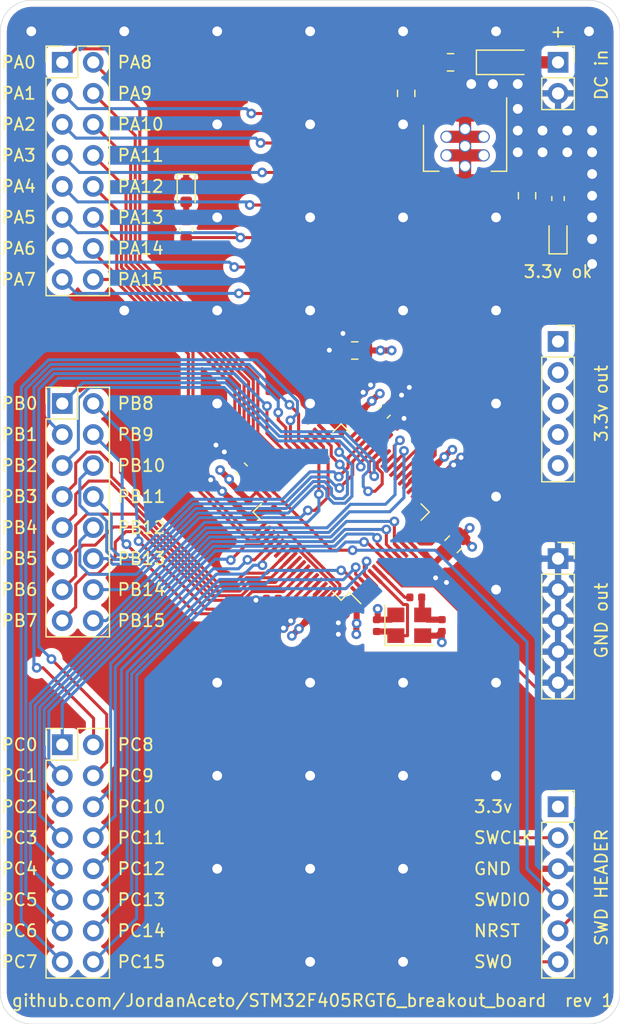
<source format=kicad_pcb>
(kicad_pcb (version 20171130) (host pcbnew 5.1.6-c6e7f7d~86~ubuntu18.04.1)
  (layers (0 F.Cu signal hide) (1 3.3V power hide) (2 GND power hide) (31 B.Cu signal) (35 F.Paste user) (37 F.SilkS user) (38 B.Mask user) (39 F.Mask user) (44 Edge.Cuts user))
  (net 0 "")
  (net 1 +3V3)
  (net 2 GND)
  (net 3 +3.3VA)
  (net 4 "Net-(C4-Pad1)")
  (net 5 "Net-(C15-Pad1)")
  (net 6 "Net-(C16-Pad1)")
  (net 7 PH0)
  (net 8 "Net-(C18-Pad1)")
  (net 9 "Net-(D1-Pad1)")
  (net 10 VCC)
  (net 11 "Net-(D2-Pad2)")
  (net 12 "Net-(D3-Pad2)")
  (net 13 PA14_SWCLK)
  (net 14 PA13_SWDIO)
  (net 15 NRST)
  (net 16 PB3_SWO)
  (net 17 PA0)
  (net 18 PA1)
  (net 19 PA2)
  (net 20 PA3)
  (net 21 PA4)
  (net 22 PA5)
  (net 23 PA6)
  (net 24 PA7)
  (net 25 PA8)
  (net 26 PA9)
  (net 27 PA10)
  (net 28 PA11)
  (net 29 PA12)
  (net 30 PA15)
  (net 31 PB15)
  (net 32 PB14)
  (net 33 PB13)
  (net 34 PB12)
  (net 35 PB11)
  (net 36 PB10)
  (net 37 PB9)
  (net 38 PB8)
  (net 39 PB7)
  (net 40 PB6)
  (net 41 PB5)
  (net 42 PB4)
  (net 43 PB2_BOOT1)
  (net 44 PB1)
  (net 45 PB0)
  (net 46 PC0)
  (net 47 PC1)
  (net 48 PC2)
  (net 49 PC3)
  (net 50 PC4)
  (net 51 PC5)
  (net 52 PC6)
  (net 53 PC7)
  (net 54 PC8)
  (net 55 PC9)
  (net 56 PC10)
  (net 57 PC11)
  (net 58 PC12)
  (net 59 PC13)
  (net 60 PC14)
  (net 61 PC15)
  (net 62 BOOT0)
  (net 63 PH1)
  (net 64 PD2)
  (module Connector_PinHeader_2.54mm:PinHeader_2x08_P2.54mm_Vertical (layer F.Cu) (at 106.68 111.76)
    (fp_text reference J7)
    (fp_text value port_C)
    (pad 16 thru_hole oval (at 2.54 17.78) (size 1.7 1.7) (drill 1) (layers *.Cu *.Mask) (net 61 PC15))
    (pad 15 thru_hole oval (at 0 17.78) (size 1.7 1.7) (drill 1) (layers *.Cu *.Mask) (net 53 PC7))
    (pad 14 thru_hole oval (at 2.54 15.24) (size 1.7 1.7) (drill 1) (layers *.Cu *.Mask) (net 60 PC14))
    (pad 13 thru_hole oval (at 0 15.24) (size 1.7 1.7) (drill 1) (layers *.Cu *.Mask) (net 52 PC6))
    (pad 12 thru_hole oval (at 2.54 12.7) (size 1.7 1.7) (drill 1) (layers *.Cu *.Mask) (net 59 PC13))
    (pad 11 thru_hole oval (at 0 12.7) (size 1.7 1.7) (drill 1) (layers *.Cu *.Mask) (net 51 PC5))
    (pad 10 thru_hole oval (at 2.54 10.16) (size 1.7 1.7) (drill 1) (layers *.Cu *.Mask) (net 58 PC12))
    (pad 9 thru_hole oval (at 0 10.16) (size 1.7 1.7) (drill 1) (layers *.Cu *.Mask) (net 50 PC4))
    (pad 8 thru_hole oval (at 2.54 7.62) (size 1.7 1.7) (drill 1) (layers *.Cu *.Mask) (net 57 PC11))
    (pad 7 thru_hole oval (at 0 7.62) (size 1.7 1.7) (drill 1) (layers *.Cu *.Mask) (net 49 PC3))
    (pad 6 thru_hole oval (at 2.54 5.08) (size 1.7 1.7) (drill 1) (layers *.Cu *.Mask) (net 56 PC10))
    (pad 5 thru_hole oval (at 0 5.08) (size 1.7 1.7) (drill 1) (layers *.Cu *.Mask) (net 48 PC2))
    (pad 4 thru_hole oval (at 2.54 2.54) (size 1.7 1.7) (drill 1) (layers *.Cu *.Mask) (net 55 PC9))
    (pad 3 thru_hole oval (at 0 2.54) (size 1.7 1.7) (drill 1) (layers *.Cu *.Mask) (net 47 PC1))
    (pad 2 thru_hole oval (at 2.54 0) (size 1.7 1.7) (drill 1) (layers *.Cu *.Mask) (net 54 PC8))
    (pad 1 thru_hole rect (at 0 0) (size 1.7 1.7) (drill 1) (layers *.Cu *.Mask) (net 46 PC0))
  )
  (module Connector_PinHeader_2.54mm:PinHeader_2x08_P2.54mm_Vertical (layer F.Cu) (at 106.68 83.82)
    (fp_text reference J6)
    (fp_text value port_B)
    (pad 16 thru_hole oval (at 2.54 17.78) (size 1.7 1.7) (drill 1) (layers *.Cu *.Mask) (net 31 PB15))
    (pad 15 thru_hole oval (at 0 17.78) (size 1.7 1.7) (drill 1) (layers *.Cu *.Mask) (net 39 PB7))
    (pad 14 thru_hole oval (at 2.54 15.24) (size 1.7 1.7) (drill 1) (layers *.Cu *.Mask) (net 32 PB14))
    (pad 13 thru_hole oval (at 0 15.24) (size 1.7 1.7) (drill 1) (layers *.Cu *.Mask) (net 40 PB6))
    (pad 12 thru_hole oval (at 2.54 12.7) (size 1.7 1.7) (drill 1) (layers *.Cu *.Mask) (net 33 PB13))
    (pad 11 thru_hole oval (at 0 12.7) (size 1.7 1.7) (drill 1) (layers *.Cu *.Mask) (net 41 PB5))
    (pad 10 thru_hole oval (at 2.54 10.16) (size 1.7 1.7) (drill 1) (layers *.Cu *.Mask) (net 34 PB12))
    (pad 9 thru_hole oval (at 0 10.16) (size 1.7 1.7) (drill 1) (layers *.Cu *.Mask) (net 42 PB4))
    (pad 8 thru_hole oval (at 2.54 7.62) (size 1.7 1.7) (drill 1) (layers *.Cu *.Mask) (net 35 PB11))
    (pad 7 thru_hole oval (at 0 7.62) (size 1.7 1.7) (drill 1) (layers *.Cu *.Mask) (net 16 PB3_SWO))
    (pad 6 thru_hole oval (at 2.54 5.08) (size 1.7 1.7) (drill 1) (layers *.Cu *.Mask) (net 36 PB10))
    (pad 5 thru_hole oval (at 0 5.08) (size 1.7 1.7) (drill 1) (layers *.Cu *.Mask) (net 43 PB2_BOOT1))
    (pad 4 thru_hole oval (at 2.54 2.54) (size 1.7 1.7) (drill 1) (layers *.Cu *.Mask) (net 37 PB9))
    (pad 3 thru_hole oval (at 0 2.54) (size 1.7 1.7) (drill 1) (layers *.Cu *.Mask) (net 44 PB1))
    (pad 2 thru_hole oval (at 2.54 0) (size 1.7 1.7) (drill 1) (layers *.Cu *.Mask) (net 38 PB8))
    (pad 1 thru_hole rect (at 0 0) (size 1.7 1.7) (drill 1) (layers *.Cu *.Mask) (net 45 PB0))
  )
  (module Connector_PinHeader_2.54mm:PinHeader_2x08_P2.54mm_Vertical (layer F.Cu) (at 106.68 55.88)
    (fp_text reference J5)
    (fp_text value port_A)
    (pad 16 thru_hole oval (at 2.54 17.78) (size 1.7 1.7) (drill 1) (layers *.Cu *.Mask) (net 30 PA15))
    (pad 15 thru_hole oval (at 0 17.78) (size 1.7 1.7) (drill 1) (layers *.Cu *.Mask) (net 24 PA7))
    (pad 14 thru_hole oval (at 2.54 15.24) (size 1.7 1.7) (drill 1) (layers *.Cu *.Mask) (net 13 PA14_SWCLK))
    (pad 13 thru_hole oval (at 0 15.24) (size 1.7 1.7) (drill 1) (layers *.Cu *.Mask) (net 23 PA6))
    (pad 12 thru_hole oval (at 2.54 12.7) (size 1.7 1.7) (drill 1) (layers *.Cu *.Mask) (net 14 PA13_SWDIO))
    (pad 11 thru_hole oval (at 0 12.7) (size 1.7 1.7) (drill 1) (layers *.Cu *.Mask) (net 22 PA5))
    (pad 10 thru_hole oval (at 2.54 10.16) (size 1.7 1.7) (drill 1) (layers *.Cu *.Mask) (net 29 PA12))
    (pad 9 thru_hole oval (at 0 10.16) (size 1.7 1.7) (drill 1) (layers *.Cu *.Mask) (net 21 PA4))
    (pad 8 thru_hole oval (at 2.54 7.62) (size 1.7 1.7) (drill 1) (layers *.Cu *.Mask) (net 28 PA11))
    (pad 7 thru_hole oval (at 0 7.62) (size 1.7 1.7) (drill 1) (layers *.Cu *.Mask) (net 20 PA3))
    (pad 6 thru_hole oval (at 2.54 5.08) (size 1.7 1.7) (drill 1) (layers *.Cu *.Mask) (net 27 PA10))
    (pad 5 thru_hole oval (at 0 5.08) (size 1.7 1.7) (drill 1) (layers *.Cu *.Mask) (net 19 PA2))
    (pad 4 thru_hole oval (at 2.54 2.54) (size 1.7 1.7) (drill 1) (layers *.Cu *.Mask) (net 26 PA9))
    (pad 3 thru_hole oval (at 0 2.54) (size 1.7 1.7) (drill 1) (layers *.Cu *.Mask) (net 18 PA1))
    (pad 2 thru_hole oval (at 2.54 0) (size 1.7 1.7) (drill 1) (layers *.Cu *.Mask) (net 25 PA8))
    (pad 1 thru_hole rect (at 0 0) (size 1.7 1.7) (drill 1) (layers *.Cu *.Mask) (net 17 PA0))
  )
  (module Connector_PinSocket_2.54mm:PinSocket_1x06_P2.54mm_Vertical (layer F.Cu) (at 147.32 116.84)
    (fp_text reference J2)
    (fp_text value SWD)
    (pad 6 thru_hole oval (at 0 12.7) (size 1.7 1.7) (drill 1) (layers *.Cu *.Mask) (net 16 PB3_SWO))
    (pad 5 thru_hole oval (at 0 10.16) (size 1.7 1.7) (drill 1) (layers *.Cu *.Mask) (net 15 NRST))
    (pad 4 thru_hole oval (at 0 7.62) (size 1.7 1.7) (drill 1) (layers *.Cu *.Mask) (net 14 PA13_SWDIO))
    (pad 3 thru_hole oval (at 0 5.08) (size 1.7 1.7) (drill 1) (layers *.Cu *.Mask) (net 2 GND))
    (pad 2 thru_hole oval (at 0 2.54) (size 1.7 1.7) (drill 1) (layers *.Cu *.Mask) (net 13 PA14_SWCLK))
    (pad 1 thru_hole rect (at 0 0) (size 1.7 1.7) (drill 1) (layers *.Cu *.Mask) (net 1 +3V3))
  )
  (module Connector_PinSocket_2.54mm:PinSocket_1x02_P2.54mm_Vertical (layer F.Cu) (at 147.32 55.88)
    (fp_text reference J1)
    (fp_text value DC_in)
    (pad 2 thru_hole oval (at 0 2.54) (size 1.7 1.7) (drill 1) (layers *.Cu *.Mask) (net 2 GND))
    (pad 1 thru_hole rect (at 0 0) (size 1.7 1.7) (drill 1) (layers *.Cu *.Mask) (net 10 VCC))
  )
  (module Connector_PinSocket_2.54mm:PinSocket_1x05_P2.54mm_Vertical (layer F.Cu) (at 147.32 96.52)
    (fp_text reference J4)
    (fp_text value gnd_out)
    (pad 5 thru_hole oval (at 0 10.16) (size 1.7 1.7) (drill 1) (layers *.Cu *.Mask) (net 2 GND))
    (pad 4 thru_hole oval (at 0 7.62) (size 1.7 1.7) (drill 1) (layers *.Cu *.Mask) (net 2 GND))
    (pad 3 thru_hole oval (at 0 5.08) (size 1.7 1.7) (drill 1) (layers *.Cu *.Mask) (net 2 GND))
    (pad 2 thru_hole oval (at 0 2.54) (size 1.7 1.7) (drill 1) (layers *.Cu *.Mask) (net 2 GND))
    (pad 1 thru_hole rect (at 0 0) (size 1.7 1.7) (drill 1) (layers *.Cu *.Mask) (net 2 GND))
  )
  (module Connector_PinSocket_2.54mm:PinSocket_1x05_P2.54mm_Vertical (layer F.Cu) (at 147.32 78.74)
    (fp_text reference J3)
    (fp_text value 3.3v_out)
    (pad 5 thru_hole oval (at 0 10.16) (size 1.7 1.7) (drill 1) (layers *.Cu *.Mask) (net 1 +3V3))
    (pad 4 thru_hole oval (at 0 7.62) (size 1.7 1.7) (drill 1) (layers *.Cu *.Mask) (net 1 +3V3))
    (pad 3 thru_hole oval (at 0 5.08) (size 1.7 1.7) (drill 1) (layers *.Cu *.Mask) (net 1 +3V3))
    (pad 2 thru_hole oval (at 0 2.54) (size 1.7 1.7) (drill 1) (layers *.Cu *.Mask) (net 1 +3V3))
    (pad 1 thru_hole rect (at 0 0) (size 1.7 1.7) (drill 1) (layers *.Cu *.Mask) (net 1 +3V3))
  )
  (module Capacitor_SMD:C_0805_2012Metric (layer F.Cu) (at 130.6576 79.4766 180)
    (fp_text reference C1)
    (fp_text value 10uF)
    (pad 2 smd roundrect (at 0.9375 0 180) (size 0.975 1.4) (layers F.Cu F.Paste F.Mask) (net 2 GND))
    (pad 1 smd roundrect (at -0.9375 0 180) (size 0.975 1.4) (layers F.Cu F.Paste F.Mask) (net 1 +3V3))
  )
  (module Capacitor_SMD:C_0402_1005Metric (layer F.Cu) (at 136.817053 97.243947 225)
    (fp_text reference C2)
    (fp_text value 100nF)
    (pad 1 smd roundrect (at -0.485 0 225) (size 0.59 0.64) (layers F.Cu F.Paste F.Mask) (net 3 +3.3VA))
    (pad 2 smd roundrect (at 0.485 0 225) (size 0.59 0.64) (layers F.Cu F.Paste F.Mask) (net 2 GND))
  )
  (module Capacitor_SMD:C_0402_1005Metric (layer F.Cu) (at 130.213053 100.799947 225)
    (fp_text reference C3)
    (fp_text value 100nF)
    (pad 1 smd roundrect (at -0.485 0 225) (size 0.59 0.64) (layers F.Cu F.Paste F.Mask) (net 1 +3V3))
    (pad 2 smd roundrect (at 0.485 0 225) (size 0.59 0.64) (layers F.Cu F.Paste F.Mask) (net 2 GND))
  )
  (module Capacitor_SMD:C_0805_2012Metric (layer F.Cu) (at 134.874 58.42 270)
    (fp_text reference C4)
    (fp_text value 10uF)
    (pad 1 smd roundrect (at -0.9375 0 270) (size 0.975 1.4) (layers F.Cu F.Paste F.Mask) (net 4 "Net-(C4-Pad1)"))
    (pad 2 smd roundrect (at 0.9375 0 270) (size 0.975 1.4) (layers F.Cu F.Paste F.Mask) (net 2 GND))
  )
  (module Capacitor_SMD:C_0402_1005Metric (layer F.Cu) (at 136.055053 96.481947 225)
    (fp_text reference C5)
    (fp_text value 10nF)
    (pad 2 smd roundrect (at 0.485 0 225) (size 0.59 0.64) (layers F.Cu F.Paste F.Mask) (net 2 GND))
    (pad 1 smd roundrect (at -0.485 0 225) (size 0.59 0.64) (layers F.Cu F.Paste F.Mask) (net 3 +3.3VA))
  )
  (module Capacitor_SMD:C_0402_1005Metric (layer F.Cu) (at 136.994947 89.877947 315)
    (fp_text reference C6)
    (fp_text value 100nF)
    (pad 2 smd roundrect (at 0.485 0 315) (size 0.59 0.64) (layers F.Cu F.Paste F.Mask) (net 2 GND))
    (pad 1 smd roundrect (at -0.485 0 315) (size 0.59 0.64) (layers F.Cu F.Paste F.Mask) (net 1 +3V3))
  )
  (module Capacitor_SMD:C_0402_1005Metric (layer F.Cu) (at 137.756947 89.115947 315)
    (fp_text reference C7)
    (fp_text value 100nF)
    (pad 1 smd roundrect (at -0.485 0 315) (size 0.59 0.64) (layers F.Cu F.Paste F.Mask) (net 1 +3V3))
    (pad 2 smd roundrect (at 0.485 0 315) (size 0.59 0.64) (layers F.Cu F.Paste F.Mask) (net 2 GND))
  )
  (module Capacitor_SMD:C_0805_2012Metric (layer F.Cu) (at 144.78 66.802 270)
    (fp_text reference C8)
    (fp_text value 10uF)
    (pad 2 smd roundrect (at 0.9375 0 270) (size 0.975 1.4) (layers F.Cu F.Paste F.Mask) (net 2 GND))
    (pad 1 smd roundrect (at -0.9375 0 270) (size 0.975 1.4) (layers F.Cu F.Paste F.Mask) (net 1 +3V3))
  )
  (module Capacitor_SMD:C_0402_1005Metric (layer F.Cu) (at 130.276553 84.683553 135)
    (fp_text reference C9)
    (fp_text value 100nF)
    (pad 1 smd roundrect (at -0.485 0 135) (size 0.59 0.64) (layers F.Cu F.Paste F.Mask) (net 1 +3V3))
    (pad 2 smd roundrect (at 0.485 0 135) (size 0.59 0.64) (layers F.Cu F.Paste F.Mask) (net 2 GND))
  )
  (module Capacitor_SMD:C_0402_1005Metric (layer F.Cu) (at 131.038553 83.921553 135)
    (fp_text reference C10)
    (fp_text value 100nF)
    (pad 2 smd roundrect (at 0.485 0 135) (size 0.59 0.64) (layers F.Cu F.Paste F.Mask) (net 2 GND))
    (pad 1 smd roundrect (at -0.485 0 135) (size 0.59 0.64) (layers F.Cu F.Paste F.Mask) (net 1 +3V3))
  )
  (module Capacitor_SMD:C_0402_1005Metric (layer F.Cu) (at 121.577053 92.100447 225)
    (fp_text reference C11)
    (fp_text value 100nF)
    (pad 1 smd roundrect (at -0.485 0 225) (size 0.59 0.64) (layers F.Cu F.Paste F.Mask) (net 1 +3V3))
    (pad 2 smd roundrect (at 0.485 0 225) (size 0.59 0.64) (layers F.Cu F.Paste F.Mask) (net 2 GND))
  )
  (module Capacitor_SMD:C_0402_1005Metric (layer F.Cu) (at 120.815053 91.338447 225)
    (fp_text reference C12)
    (fp_text value 100nF)
    (pad 2 smd roundrect (at 0.485 0 225) (size 0.59 0.64) (layers F.Cu F.Paste F.Mask) (net 2 GND))
    (pad 1 smd roundrect (at -0.485 0 225) (size 0.59 0.64) (layers F.Cu F.Paste F.Mask) (net 1 +3V3))
  )
  (module Capacitor_SMD:C_0402_1005Metric (layer F.Cu) (at 127.088947 100.545947 135)
    (fp_text reference C13)
    (fp_text value 100nF)
    (pad 1 smd roundrect (at -0.485 0 135) (size 0.59 0.64) (layers F.Cu F.Paste F.Mask) (net 1 +3V3))
    (pad 2 smd roundrect (at 0.485 0 135) (size 0.59 0.64) (layers F.Cu F.Paste F.Mask) (net 2 GND))
  )
  (module Capacitor_SMD:C_0402_1005Metric (layer F.Cu) (at 126.326947 101.307947 135)
    (fp_text reference C14)
    (fp_text value 100nF)
    (pad 2 smd roundrect (at 0.485 0 135) (size 0.59 0.64) (layers F.Cu F.Paste F.Mask) (net 2 GND))
    (pad 1 smd roundrect (at -0.485 0 135) (size 0.59 0.64) (layers F.Cu F.Paste F.Mask) (net 1 +3V3))
  )
  (module Capacitor_SMD:C_0603_1608Metric (layer F.Cu) (at 133.081347 84.533153 45)
    (fp_text reference C15)
    (fp_text value 2.2uF)
    (pad 2 smd roundrect (at 0.7875 0 45) (size 0.875 0.95) (layers F.Cu F.Paste F.Mask) (net 2 GND))
    (pad 1 smd roundrect (at -0.7875 0 45) (size 0.875 0.95) (layers F.Cu F.Paste F.Mask) (net 5 "Net-(C15-Pad1)"))
  )
  (module Capacitor_SMD:C_0603_1608Metric (layer F.Cu) (at 121.363153 89.168653 135)
    (fp_text reference C16)
    (fp_text value 2.2uF)
    (pad 1 smd roundrect (at -0.7875 0 135) (size 0.875 0.95) (layers F.Cu F.Paste F.Mask) (net 6 "Net-(C16-Pad1)"))
    (pad 2 smd roundrect (at 0.7875 0 135) (size 0.875 0.95) (layers F.Cu F.Paste F.Mask) (net 2 GND))
  )
  (module Capacitor_SMD:C_0402_1005Metric (layer F.Cu) (at 132.461 102.004 90)
    (fp_text reference C17)
    (fp_text value 12pF)
    (pad 2 smd roundrect (at 0.485 0 90) (size 0.59 0.64) (layers F.Cu F.Paste F.Mask) (net 2 GND))
    (pad 1 smd roundrect (at -0.485 0 90) (size 0.59 0.64) (layers F.Cu F.Paste F.Mask) (net 7 PH0))
  )
  (module Capacitor_SMD:C_0402_1005Metric (layer F.Cu) (at 137.795 102.004 270)
    (fp_text reference C18)
    (fp_text value 12pF)
    (pad 1 smd roundrect (at -0.485 0 270) (size 0.59 0.64) (layers F.Cu F.Paste F.Mask) (net 8 "Net-(C18-Pad1)"))
    (pad 2 smd roundrect (at 0.485 0 270) (size 0.59 0.64) (layers F.Cu F.Paste F.Mask) (net 2 GND))
  )
  (module Diode_SMD:D_SOD-123 (layer F.Cu) (at 142.876 55.88)
    (fp_text reference D1)
    (fp_text value B5819W)
    (pad 1 smd rect (at -1.65 0) (size 0.9 1.2) (layers F.Cu F.Paste F.Mask) (net 9 "Net-(D1-Pad1)"))
    (pad 2 smd rect (at 1.65 0) (size 0.9 1.2) (layers F.Cu F.Paste F.Mask) (net 10 VCC))
  )
  (module LED_SMD:LED_0603_1608Metric (layer F.Cu) (at 147.32 70.0785 90)
    (fp_text reference D2)
    (fp_text value power_LED)
    (pad 2 smd roundrect (at 0.7875 0 90) (size 0.875 0.95) (layers F.Cu F.Paste F.Mask) (net 11 "Net-(D2-Pad2)"))
    (pad 1 smd roundrect (at -0.7875 0 90) (size 0.875 0.95) (layers F.Cu F.Paste F.Mask) (net 2 GND))
  )
  (module LED_SMD:LED_0603_1608Metric (layer F.Cu) (at 116.84 66.5225 270)
    (fp_text reference D3)
    (fp_text value user_LED)
    (pad 2 smd roundrect (at 0.7875 0 270) (size 0.875 0.95) (layers F.Cu F.Paste F.Mask) (net 12 "Net-(D3-Pad2)"))
    (pad 1 smd roundrect (at -0.7875 0 270) (size 0.875 0.95) (layers F.Cu F.Paste F.Mask) (net 2 GND))
  )
  (module Inductor_SMD:L_0805_2012Metric (layer F.Cu) (at 138.737313 95.349087 45)
    (fp_text reference FB1)
    (fp_text value "100R @ 100MHz")
    (pad 2 smd roundrect (at 0.9375 0 45) (size 0.975 1.4) (layers F.Cu F.Paste F.Mask) (net 1 +3V3))
    (pad 1 smd roundrect (at -0.9375 0 45) (size 0.975 1.4) (layers F.Cu F.Paste F.Mask) (net 3 +3.3VA))
  )
  (module Inductor_SMD:L_0805_2012Metric (layer F.Cu) (at 138.5085 55.88)
    (fp_text reference FB2)
    (fp_text value "100R @ 100MHz")
    (pad 1 smd roundrect (at -0.9375 0) (size 0.975 1.4) (layers F.Cu F.Paste F.Mask) (net 4 "Net-(C4-Pad1)"))
    (pad 2 smd roundrect (at 0.9375 0) (size 0.975 1.4) (layers F.Cu F.Paste F.Mask) (net 9 "Net-(D1-Pad1)"))
  )
  (module Crystal:Crystal_SMD_3225-4Pin_3.2x2.5mm (layer F.Cu) (at 135.128 101.981)
    (fp_text reference HSE1)
    (fp_text value 16MHz)
    (pad 1 smd rect (at -1.1 0.85) (size 1.4 1.2) (layers F.Cu F.Paste F.Mask) (net 7 PH0))
    (pad 2 smd rect (at 1.1 0.85) (size 1.4 1.2) (layers F.Cu F.Paste F.Mask) (net 2 GND))
    (pad 3 smd rect (at 1.1 -0.85) (size 1.4 1.2) (layers F.Cu F.Paste F.Mask) (net 8 "Net-(C18-Pad1)"))
    (pad 4 smd rect (at -1.1 -0.85) (size 1.4 1.2) (layers F.Cu F.Paste F.Mask) (net 2 GND))
  )
  (module Resistor_SMD:R_0603_1608Metric (layer F.Cu) (at 147.32 67.0305 90)
    (fp_text reference R1)
    (fp_text value 2k2)
    (pad 2 smd roundrect (at 0.7875 0 90) (size 0.875 0.95) (layers F.Cu F.Paste F.Mask) (net 1 +3V3))
    (pad 1 smd roundrect (at -0.7875 0 90) (size 0.875 0.95) (layers F.Cu F.Paste F.Mask) (net 11 "Net-(D2-Pad2)"))
  )
  (module Resistor_SMD:R_0402_1005Metric (layer F.Cu) (at 123.8988 99.7966)
    (fp_text reference R2)
    (fp_text value 10k)
    (pad 1 smd roundrect (at -0.485 0) (size 0.59 0.64) (layers F.Cu F.Paste F.Mask) (net 2 GND))
    (pad 2 smd roundrect (at 0.485 0) (size 0.59 0.64) (layers F.Cu F.Paste F.Mask) (net 62 BOOT0))
  )
  (module Resistor_SMD:R_0603_1608Metric (layer F.Cu) (at 116.84 69.5705 270)
    (fp_text reference R3)
    (fp_text value 2k2)
    (pad 2 smd roundrect (at 0.7875 0 270) (size 0.875 0.95) (layers F.Cu F.Paste F.Mask) (net 22 PA5))
    (pad 1 smd roundrect (at -0.7875 0 270) (size 0.875 0.95) (layers F.Cu F.Paste F.Mask) (net 12 "Net-(D3-Pad2)"))
  )
  (module Resistor_SMD:R_0402_1005Metric (layer F.Cu) (at 133.769147 86.017053 225)
    (fp_text reference R4)
    (fp_text value 10k)
    (pad 2 smd roundrect (at 0.485 0 225) (size 0.59 0.64) (layers F.Cu F.Paste F.Mask) (net 43 PB2_BOOT1))
    (pad 1 smd roundrect (at -0.485 0 225) (size 0.59 0.64) (layers F.Cu F.Paste F.Mask) (net 2 GND))
  )
  (module Resistor_SMD:R_0402_1005Metric (layer F.Cu) (at 135.659 99.695)
    (fp_text reference R5)
    (fp_text value 100)
    (pad 1 smd roundrect (at -0.485 0) (size 0.59 0.64) (layers F.Cu F.Paste F.Mask) (net 63 PH1))
    (pad 2 smd roundrect (at 0.485 0) (size 0.59 0.64) (layers F.Cu F.Paste F.Mask) (net 8 "Net-(C18-Pad1)"))
  )
  (module Package_TO_SOT_SMD:SOT-223-3_TabPin2 (layer F.Cu) (at 139.7 62.89 270)
    (fp_text reference U1)
    (fp_text value AMS1117-3.3)
    (pad 2 smd rect (at 3.15 0 270) (size 2 3.8) (layers F.Cu F.Paste F.Mask) (net 1 +3V3))
    (pad 2 smd rect (at -3.15 0 270) (size 2 1.5) (layers F.Cu F.Paste F.Mask) (net 1 +3V3))
    (pad 3 smd rect (at -3.15 2.3 270) (size 2 1.5) (layers F.Cu F.Paste F.Mask) (net 4 "Net-(C4-Pad1)"))
    (pad 1 smd rect (at -3.15 -2.3 270) (size 2 1.5) (layers F.Cu F.Paste F.Mask) (net 2 GND))
  )
  (module Package_QFP:LQFP-64_10x10mm_P0.5mm (layer F.Cu) (at 129.54 92.71 135)
    (fp_text reference U2)
    (fp_text value STM32F405RGT6)
    (pad 1 smd roundrect (at -5.675 -3.75 135) (size 1.55 0.3) (layers F.Cu F.Paste F.Mask) (net 1 +3V3))
    (pad 2 smd roundrect (at -5.675 -3.25 135) (size 1.55 0.3) (layers F.Cu F.Paste F.Mask) (net 59 PC13))
    (pad 3 smd roundrect (at -5.675 -2.75 135) (size 1.55 0.3) (layers F.Cu F.Paste F.Mask) (net 60 PC14))
    (pad 4 smd roundrect (at -5.675 -2.25 135) (size 1.55 0.3) (layers F.Cu F.Paste F.Mask) (net 61 PC15))
    (pad 5 smd roundrect (at -5.675 -1.75 135) (size 1.55 0.3) (layers F.Cu F.Paste F.Mask) (net 7 PH0))
    (pad 6 smd roundrect (at -5.675 -1.25 135) (size 1.55 0.3) (layers F.Cu F.Paste F.Mask) (net 63 PH1))
    (pad 7 smd roundrect (at -5.675 -0.75 135) (size 1.55 0.3) (layers F.Cu F.Paste F.Mask) (net 15 NRST))
    (pad 8 smd roundrect (at -5.675 -0.25 135) (size 1.55 0.3) (layers F.Cu F.Paste F.Mask) (net 46 PC0))
    (pad 9 smd roundrect (at -5.675 0.25 135) (size 1.55 0.3) (layers F.Cu F.Paste F.Mask) (net 47 PC1))
    (pad 10 smd roundrect (at -5.675 0.75 135) (size 1.55 0.3) (layers F.Cu F.Paste F.Mask) (net 48 PC2))
    (pad 11 smd roundrect (at -5.675 1.25 135) (size 1.55 0.3) (layers F.Cu F.Paste F.Mask) (net 49 PC3))
    (pad 12 smd roundrect (at -5.675 1.75 135) (size 1.55 0.3) (layers F.Cu F.Paste F.Mask) (net 2 GND))
    (pad 13 smd roundrect (at -5.675 2.25 135) (size 1.55 0.3) (layers F.Cu F.Paste F.Mask) (net 3 +3.3VA))
    (pad 14 smd roundrect (at -5.675 2.75 135) (size 1.55 0.3) (layers F.Cu F.Paste F.Mask) (net 17 PA0))
    (pad 15 smd roundrect (at -5.675 3.25 135) (size 1.55 0.3) (layers F.Cu F.Paste F.Mask) (net 18 PA1))
    (pad 16 smd roundrect (at -5.675 3.75 135) (size 1.55 0.3) (layers F.Cu F.Paste F.Mask) (net 19 PA2))
    (pad 17 smd roundrect (at -3.75 5.675 135) (size 0.3 1.55) (layers F.Cu F.Paste F.Mask) (net 20 PA3))
    (pad 18 smd roundrect (at -3.25 5.675 135) (size 0.3 1.55) (layers F.Cu F.Paste F.Mask) (net 2 GND))
    (pad 19 smd roundrect (at -2.75 5.675 135) (size 0.3 1.55) (layers F.Cu F.Paste F.Mask) (net 1 +3V3))
    (pad 20 smd roundrect (at -2.25 5.675 135) (size 0.3 1.55) (layers F.Cu F.Paste F.Mask) (net 21 PA4))
    (pad 21 smd roundrect (at -1.75 5.675 135) (size 0.3 1.55) (layers F.Cu F.Paste F.Mask) (net 22 PA5))
    (pad 22 smd roundrect (at -1.25 5.675 135) (size 0.3 1.55) (layers F.Cu F.Paste F.Mask) (net 23 PA6))
    (pad 23 smd roundrect (at -0.75 5.675 135) (size 0.3 1.55) (layers F.Cu F.Paste F.Mask) (net 24 PA7))
    (pad 24 smd roundrect (at -0.25 5.675 135) (size 0.3 1.55) (layers F.Cu F.Paste F.Mask) (net 50 PC4))
    (pad 25 smd roundrect (at 0.25 5.675 135) (size 0.3 1.55) (layers F.Cu F.Paste F.Mask) (net 51 PC5))
    (pad 26 smd roundrect (at 0.75 5.675 135) (size 0.3 1.55) (layers F.Cu F.Paste F.Mask) (net 45 PB0))
    (pad 27 smd roundrect (at 1.25 5.675 135) (size 0.3 1.55) (layers F.Cu F.Paste F.Mask) (net 44 PB1))
    (pad 28 smd roundrect (at 1.75 5.675 135) (size 0.3 1.55) (layers F.Cu F.Paste F.Mask) (net 43 PB2_BOOT1))
    (pad 29 smd roundrect (at 2.25 5.675 135) (size 0.3 1.55) (layers F.Cu F.Paste F.Mask) (net 36 PB10))
    (pad 30 smd roundrect (at 2.75 5.675 135) (size 0.3 1.55) (layers F.Cu F.Paste F.Mask) (net 35 PB11))
    (pad 31 smd roundrect (at 3.25 5.675 135) (size 0.3 1.55) (layers F.Cu F.Paste F.Mask) (net 5 "Net-(C15-Pad1)"))
    (pad 32 smd roundrect (at 3.75 5.675 135) (size 0.3 1.55) (layers F.Cu F.Paste F.Mask) (net 1 +3V3))
    (pad 33 smd roundrect (at 5.675 3.75 135) (size 1.55 0.3) (layers F.Cu F.Paste F.Mask) (net 34 PB12))
    (pad 34 smd roundrect (at 5.675 3.25 135) (size 1.55 0.3) (layers F.Cu F.Paste F.Mask) (net 33 PB13))
    (pad 35 smd roundrect (at 5.675 2.75 135) (size 1.55 0.3) (layers F.Cu F.Paste F.Mask) (net 32 PB14))
    (pad 36 smd roundrect (at 5.675 2.25 135) (size 1.55 0.3) (layers F.Cu F.Paste F.Mask) (net 31 PB15))
    (pad 37 smd roundrect (at 5.675 1.75 135) (size 1.55 0.3) (layers F.Cu F.Paste F.Mask) (net 52 PC6))
    (pad 38 smd roundrect (at 5.675 1.25 135) (size 1.55 0.3) (layers F.Cu F.Paste F.Mask) (net 53 PC7))
    (pad 39 smd roundrect (at 5.675 0.75 135) (size 1.55 0.3) (layers F.Cu F.Paste F.Mask) (net 54 PC8))
    (pad 40 smd roundrect (at 5.675 0.25 135) (size 1.55 0.3) (layers F.Cu F.Paste F.Mask) (net 55 PC9))
    (pad 41 smd roundrect (at 5.675 -0.25 135) (size 1.55 0.3) (layers F.Cu F.Paste F.Mask) (net 25 PA8))
    (pad 42 smd roundrect (at 5.675 -0.75 135) (size 1.55 0.3) (layers F.Cu F.Paste F.Mask) (net 26 PA9))
    (pad 43 smd roundrect (at 5.675 -1.25 135) (size 1.55 0.3) (layers F.Cu F.Paste F.Mask) (net 27 PA10))
    (pad 44 smd roundrect (at 5.675 -1.75 135) (size 1.55 0.3) (layers F.Cu F.Paste F.Mask) (net 28 PA11))
    (pad 45 smd roundrect (at 5.675 -2.25 135) (size 1.55 0.3) (layers F.Cu F.Paste F.Mask) (net 29 PA12))
    (pad 46 smd roundrect (at 5.675 -2.75 135) (size 1.55 0.3) (layers F.Cu F.Paste F.Mask) (net 14 PA13_SWDIO))
    (pad 47 smd roundrect (at 5.675 -3.25 135) (size 1.55 0.3) (layers F.Cu F.Paste F.Mask) (net 6 "Net-(C16-Pad1)"))
    (pad 48 smd roundrect (at 5.675 -3.75 135) (size 1.55 0.3) (layers F.Cu F.Paste F.Mask) (net 1 +3V3))
    (pad 49 smd roundrect (at 3.75 -5.675 135) (size 0.3 1.55) (layers F.Cu F.Paste F.Mask) (net 13 PA14_SWCLK))
    (pad 50 smd roundrect (at 3.25 -5.675 135) (size 0.3 1.55) (layers F.Cu F.Paste F.Mask) (net 30 PA15))
    (pad 51 smd roundrect (at 2.75 -5.675 135) (size 0.3 1.55) (layers F.Cu F.Paste F.Mask) (net 56 PC10))
    (pad 52 smd roundrect (at 2.25 -5.675 135) (size 0.3 1.55) (layers F.Cu F.Paste F.Mask) (net 57 PC11))
    (pad 53 smd roundrect (at 1.75 -5.675 135) (size 0.3 1.55) (layers F.Cu F.Paste F.Mask) (net 58 PC12))
    (pad 54 smd roundrect (at 1.25 -5.675 135) (size 0.3 1.55) (layers F.Cu F.Paste F.Mask) (net 64 PD2))
    (pad 55 smd roundrect (at 0.75 -5.675 135) (size 0.3 1.55) (layers F.Cu F.Paste F.Mask) (net 16 PB3_SWO))
    (pad 56 smd roundrect (at 0.25 -5.675 135) (size 0.3 1.55) (layers F.Cu F.Paste F.Mask) (net 42 PB4))
    (pad 57 smd roundrect (at -0.25 -5.675 135) (size 0.3 1.55) (layers F.Cu F.Paste F.Mask) (net 41 PB5))
    (pad 58 smd roundrect (at -0.75 -5.675 135) (size 0.3 1.55) (layers F.Cu F.Paste F.Mask) (net 40 PB6))
    (pad 59 smd roundrect (at -1.25 -5.675 135) (size 0.3 1.55) (layers F.Cu F.Paste F.Mask) (net 39 PB7))
    (pad 60 smd roundrect (at -1.75 -5.675 135) (size 0.3 1.55) (layers F.Cu F.Paste F.Mask) (net 62 BOOT0))
    (pad 61 smd roundrect (at -2.25 -5.675 135) (size 0.3 1.55) (layers F.Cu F.Paste F.Mask) (net 38 PB8))
    (pad 62 smd roundrect (at -2.75 -5.675 135) (size 0.3 1.55) (layers F.Cu F.Paste F.Mask) (net 37 PB9))
    (pad 63 smd roundrect (at -3.25 -5.675 135) (size 0.3 1.55) (layers F.Cu F.Paste F.Mask) (net 2 GND))
    (pad 64 smd roundrect (at -3.75 -5.675 135) (size 0.3 1.55) (layers F.Cu F.Paste F.Mask) (net 1 +3V3))
  )
  (gr_text "rev 1" (at 149.86 132.715) (layer F.SilkS) (effects (font (size 1 1))))
  (gr_text github.com/JordanAceto/STM32F405RGT6_breakout_board (at 124.46 132.715) (layer F.SilkS) (effects (font (size 1 1))))
  (gr_text "3.3v ok" (at 147.32 73.025) (layer F.SilkS) (effects (font (size 1 1))))
  (gr_text + (at 147.32 53.34) (layer F.SilkS) (effects (font (size 1 1))))
  (gr_text "DC in" (at 150.876 56.896 90) (layer F.SilkS) (effects (font (size 1 1))))
  (gr_text "3.3v out" (at 150.876 83.82 90) (layer F.SilkS) (effects (font (size 1 1))))
  (gr_text "GND out" (at 150.876 101.6 90) (layer F.SilkS) (effects (font (size 1 1))))
  (gr_text "SWD HEADER" (at 150.876 123.444 90) (layer F.SilkS) (effects (font (size 1 1))))
  (gr_text SWO (at 140.335 129.54) (layer F.SilkS) (effects (font (size 1 1)) (justify left)))
  (gr_text NRST (at 140.335 127) (layer F.SilkS) (effects (font (size 1 1)) (justify left)))
  (gr_text SWDIO (at 140.335 124.46) (layer F.SilkS) (effects (font (size 1 1)) (justify left)))
  (gr_text GND (at 140.335 121.92) (layer F.SilkS) (effects (font (size 1 1)) (justify left)))
  (gr_text SWCLK (at 140.335 119.38) (layer F.SilkS) (effects (font (size 1 1)) (justify left)))
  (gr_text 3.3v (at 140.335 116.84) (layer F.SilkS) (effects (font (size 1 1)) (justify left)))
  (gr_text PC15 (at 111.125 129.54) (layer F.SilkS) (effects (font (size 1 1)) (justify left)))
  (gr_text PC13 (at 111.125 124.46) (layer F.SilkS) (effects (font (size 1 1)) (justify left)))
  (gr_text PC11 (at 111.125 119.38) (layer F.SilkS) (effects (font (size 1 1)) (justify left)))
  (gr_text PC9 (at 111.125 114.3) (layer F.SilkS) (effects (font (size 1 1)) (justify left)))
  (gr_text PC7 (at 101.6 129.54) (layer F.SilkS) (effects (font (size 1 1)) (justify left)))
  (gr_text PC5 (at 101.6 124.46) (layer F.SilkS) (effects (font (size 1 1)) (justify left)))
  (gr_text PC3 (at 101.6 119.38) (layer F.SilkS) (effects (font (size 1 1)) (justify left)))
  (gr_text PC1 (at 101.6 114.3) (layer F.SilkS) (effects (font (size 1 1)) (justify left)))
  (gr_text PC14 (at 111.125 127) (layer F.SilkS) (effects (font (size 1 1)) (justify left)))
  (gr_text PC12 (at 111.125 121.92) (layer F.SilkS) (effects (font (size 1 1)) (justify left)))
  (gr_text PC10 (at 111.125 116.84) (layer F.SilkS) (effects (font (size 1 1)) (justify left)))
  (gr_text PC8 (at 111.125 111.76) (layer F.SilkS) (effects (font (size 1 1)) (justify left)))
  (gr_text PC6 (at 101.6 127) (layer F.SilkS) (effects (font (size 1 1)) (justify left)))
  (gr_text PC4 (at 101.6 121.92) (layer F.SilkS) (effects (font (size 1 1)) (justify left)))
  (gr_text PC2 (at 101.6 116.84) (layer F.SilkS) (effects (font (size 1 1)) (justify left)))
  (gr_text PC0 (at 101.6 111.76) (layer F.SilkS) (effects (font (size 1 1)) (justify left)))
  (gr_text PB15 (at 111.125 101.6) (layer F.SilkS) (effects (font (size 1 1)) (justify left)))
  (gr_text PB13 (at 111.125 96.52) (layer F.SilkS) (effects (font (size 1 1)) (justify left)))
  (gr_text PB11 (at 111.125 91.44) (layer F.SilkS) (effects (font (size 1 1)) (justify left)))
  (gr_text PB9 (at 111.125 86.36) (layer F.SilkS) (effects (font (size 1 1)) (justify left)))
  (gr_text PB7 (at 101.6 101.6) (layer F.SilkS) (effects (font (size 1 1)) (justify left)))
  (gr_text PB5 (at 101.6 96.52) (layer F.SilkS) (effects (font (size 1 1)) (justify left)))
  (gr_text PB3 (at 101.6 91.44) (layer F.SilkS) (effects (font (size 1 1)) (justify left)))
  (gr_text PB1 (at 101.6 86.36) (layer F.SilkS) (effects (font (size 1 1)) (justify left)))
  (gr_text PB14 (at 111.125 99.06) (layer F.SilkS) (effects (font (size 1 1)) (justify left)))
  (gr_text PB12 (at 111.125 93.98) (layer F.SilkS) (effects (font (size 1 1)) (justify left)))
  (gr_text PB10 (at 111.125 88.9) (layer F.SilkS) (effects (font (size 1 1)) (justify left)))
  (gr_text PB8 (at 111.125 83.82) (layer F.SilkS) (effects (font (size 1 1)) (justify left)))
  (gr_text PB6 (at 101.6 99.06) (layer F.SilkS) (effects (font (size 1 1)) (justify left)))
  (gr_text PB4 (at 101.6 93.98) (layer F.SilkS) (effects (font (size 1 1)) (justify left)))
  (gr_text PB2 (at 101.6 88.9) (layer F.SilkS) (effects (font (size 1 1)) (justify left)))
  (gr_text PB0 (at 101.6 83.82) (layer F.SilkS) (effects (font (size 1 1)) (justify left)))
  (gr_text PA15 (at 111.125 73.66) (layer F.SilkS) (effects (font (size 1 1)) (justify left)))
  (gr_text PA13 (at 111.125 68.58) (layer F.SilkS) (effects (font (size 1 1)) (justify left)))
  (gr_text PA11 (at 111.125 63.5) (layer F.SilkS) (effects (font (size 1 1)) (justify left)))
  (gr_text PA9 (at 111.125 58.42) (layer F.SilkS) (effects (font (size 1 1)) (justify left)))
  (gr_text PA7 (at 101.6 73.66) (layer F.SilkS) (effects (font (size 1 1)) (justify left)))
  (gr_text PA5 (at 101.6 68.58) (layer F.SilkS) (effects (font (size 1 1)) (justify left)))
  (gr_text PA3 (at 101.6 63.5) (layer F.SilkS) (effects (font (size 1 1)) (justify left)))
  (gr_text PA1 (at 101.6 58.42) (layer F.SilkS) (effects (font (size 1 1)) (justify left)))
  (gr_text PA14 (at 111.125 71.12) (layer F.SilkS) (effects (font (size 1 1)) (justify left)))
  (gr_text PA12 (at 111.125 66.04) (layer F.SilkS) (effects (font (size 1 1)) (justify left)))
  (gr_text PA10 (at 111.125 60.96) (layer F.SilkS) (effects (font (size 1 1)) (justify left)))
  (gr_text PA8 (at 111.125 55.88) (layer F.SilkS) (effects (font (size 1 1)) (justify left)))
  (gr_text PA6 (at 101.6 71.12) (layer F.SilkS) (effects (font (size 1 1)) (justify left)))
  (gr_text PA4 (at 101.6 66.04) (layer F.SilkS) (effects (font (size 1 1)) (justify left)))
  (gr_text PA2 (at 101.6 60.96) (layer F.SilkS) (effects (font (size 1 1)) (justify left)))
  (gr_arc (start 149.86 132.08) (end 149.86 134.62) (angle -90) (layer Edge.Cuts) (width 0.05))
  (gr_arc (start 104.14 132.08) (end 101.6 132.08) (angle -90) (layer Edge.Cuts) (width 0.05))
  (gr_arc (start 149.86 53.34) (end 152.4 53.34) (angle -90) (layer Edge.Cuts) (width 0.05))
  (gr_arc (start 104.14 53.34) (end 104.14 50.8) (angle -90) (layer Edge.Cuts) (width 0.05))
  (gr_text PA0 (at 101.6 55.88) (layer F.SilkS) (effects (font (size 1 1)) (justify left)))
  (gr_line (start 149.86 50.8) (end 104.14 50.8) (layer Edge.Cuts) (width 0.05))
  (gr_line (start 152.4 132.08) (end 152.4 53.34) (layer Edge.Cuts) (width 0.05))
  (gr_line (start 104.14 134.62) (end 149.86 134.62) (layer Edge.Cuts) (width 0.05))
  (gr_line (start 101.6 53.34) (end 101.6 132.08) (layer Edge.Cuts) (width 0.05))
  (segment (start 139.7 59.74) (end 139.7 61.214) (width 1) (layer F.Cu) (net 1))
  (segment (start 139.857 65.883) (end 139.7 66.04) (width 1) (layer F.Cu) (net 1))
  (segment (start 144.526 65.883) (end 139.857 65.883) (width 1) (layer F.Cu) (net 1))
  (segment (start 146.96 65.883) (end 147.32 66.243) (width 1) (layer F.Cu) (net 1))
  (segment (start 144.526 65.883) (end 146.96 65.883) (width 1) (layer F.Cu) (net 1))
  (segment (start 130.6195 85.763838) (end 130.901181 86.045519) (width 0.25) (layer F.Cu) (net 1))
  (segment (start 130.6195 85.0265) (end 130.6195 85.763838) (width 0.25) (layer F.Cu) (net 1))
  (segment (start 130.6195 85.0265) (end 131.3815 84.2645) (width 0.5) (layer F.Cu) (net 1))
  (segment (start 135.545287 90.641713) (end 136.652 89.535) (width 0.25) (layer F.Cu) (net 1))
  (segment (start 135.497375 90.641713) (end 135.545287 90.641713) (width 0.25) (layer F.Cu) (net 1))
  (segment (start 136.652 89.535) (end 137.414 88.773) (width 0.5) (layer F.Cu) (net 1))
  (segment (start 127.4826 100.838188) (end 127.431894 100.888894) (width 0.25) (layer F.Cu) (net 1))
  (segment (start 127.4826 100.0252) (end 127.4826 100.838188) (width 0.25) (layer F.Cu) (net 1))
  (segment (start 128.178819 99.374481) (end 128.133319 99.374481) (width 0.25) (layer F.Cu) (net 1))
  (segment (start 128.133319 99.374481) (end 127.4826 100.0252) (width 0.25) (layer F.Cu) (net 1))
  (segment (start 127.431894 100.888894) (end 126.669894 101.650894) (width 0.5) (layer F.Cu) (net 1))
  (segment (start 130.5052 100.4062) (end 130.556 100.457) (width 0.25) (layer F.Cu) (net 1))
  (segment (start 130.901181 99.374481) (end 130.876519 99.374481) (width 0.25) (layer F.Cu) (net 1))
  (segment (start 130.5052 99.7458) (end 130.5052 100.4062) (width 0.25) (layer F.Cu) (net 1))
  (segment (start 130.876519 99.374481) (end 130.5052 99.7458) (width 0.25) (layer F.Cu) (net 1))
  (segment (start 121.92 91.7575) (end 121.158 90.9955) (width 0.5) (layer F.Cu) (net 1))
  (segment (start 122.5677 91.1098) (end 121.92 91.7575) (width 0.25) (layer F.Cu) (net 1))
  (segment (start 122.875519 91.348819) (end 122.6365 91.1098) (width 0.25) (layer F.Cu) (net 1))
  (segment (start 122.6365 91.1098) (end 122.5677 91.1098) (width 0.25) (layer F.Cu) (net 1))
  (via (at 125.5014 102.8446) (size 0.8) (drill 0.4) (layers F.Cu B.Cu) (net 1))
  (via (at 137.9982 88.1888) (size 0.8) (drill 0.4) (layers F.Cu B.Cu) (net 1))
  (via (at 138.6586 87.6046) (size 0.8) (drill 0.4) (layers F.Cu B.Cu) (net 1))
  (segment (start 138.5824 87.6046) (end 137.9982 88.1888) (width 0.5) (layer F.Cu) (net 1))
  (segment (start 138.6586 87.6046) (end 138.5824 87.6046) (width 0.5) (layer F.Cu) (net 1))
  (segment (start 137.9982 88.1888) (end 137.414 88.773) (width 0.5) (layer F.Cu) (net 1))
  (via (at 130.81 101.8286) (size 0.8) (drill 0.4) (layers F.Cu B.Cu) (net 1))
  (via (at 130.7846 102.7176) (size 0.8) (drill 0.4) (layers F.Cu B.Cu) (net 1))
  (segment (start 130.7846 101.854) (end 130.81 101.8286) (width 0.5) (layer F.Cu) (net 1))
  (segment (start 130.7846 102.7176) (end 130.7846 101.854) (width 0.5) (layer F.Cu) (net 1))
  (segment (start 130.81 100.711) (end 130.556 100.457) (width 0.5) (layer F.Cu) (net 1))
  (segment (start 130.81 101.8286) (end 130.81 100.711) (width 0.5) (layer F.Cu) (net 1))
  (via (at 132.0546 83.6168) (size 0.8) (drill 0.4) (layers F.Cu B.Cu) (net 1))
  (via (at 132.715 83.0072) (size 0.8) (drill 0.4) (layers F.Cu B.Cu) (net 1))
  (segment (start 132.6642 83.0072) (end 132.0546 83.6168) (width 0.5) (layer F.Cu) (net 1))
  (segment (start 132.715 83.0072) (end 132.6642 83.0072) (width 0.5) (layer F.Cu) (net 1))
  (segment (start 132.0292 83.6168) (end 131.3815 84.2645) (width 0.5) (layer F.Cu) (net 1))
  (segment (start 132.0546 83.6168) (end 132.0292 83.6168) (width 0.5) (layer F.Cu) (net 1))
  (via (at 140.2842 95.5548) (size 0.8) (drill 0.4) (layers F.Cu B.Cu) (net 1))
  (via (at 140.081 94.0054) (size 0.8) (drill 0.4) (layers F.Cu B.Cu) (net 1))
  (segment (start 140.081 94.0054) (end 139.400226 94.686174) (width 0.5) (layer F.Cu) (net 1))
  (segment (start 140.268852 95.5548) (end 139.400226 94.686174) (width 0.5) (layer F.Cu) (net 1))
  (segment (start 140.2842 95.5548) (end 140.268852 95.5548) (width 0.5) (layer F.Cu) (net 1))
  (via (at 132.7658 79.4766) (size 0.8) (drill 0.4) (layers F.Cu B.Cu) (net 1))
  (via (at 133.6802 79.4766) (size 0.8) (drill 0.4) (layers F.Cu B.Cu) (net 1))
  (segment (start 133.6802 79.4766) (end 132.7658 79.4766) (width 0.5) (layer F.Cu) (net 1))
  (segment (start 132.7658 79.4766) (end 131.5951 79.4766) (width 0.5) (layer F.Cu) (net 1))
  (segment (start 139.7 61.2902) (end 139.7 62.2554) (width 1) (layer F.Cu) (net 1))
  (segment (start 139.7 62.2554) (end 139.7 63.3222) (width 1) (layer F.Cu) (net 1))
  (segment (start 139.7 63.3222) (end 139.7 63.5) (width 1) (layer F.Cu) (net 1))
  (segment (start 139.7 64.4144) (end 139.7 64.4144) (width 1) (layer F.Cu) (net 1))
  (segment (start 139.7 61.214) (end 139.7 61.2902) (width 1) (layer F.Cu) (net 1))
  (via (at 141.224 61.976) (size 1) (drill 0.8) (layers F.Cu B.Cu) (net 1))
  (via (at 141.224 63.5) (size 1) (drill 0.8) (layers F.Cu B.Cu) (net 1))
  (via (at 138.176 61.976) (size 1) (drill 0.8) (layers F.Cu B.Cu) (net 1))
  (via (at 138.176 63.5) (size 1) (drill 0.8) (layers F.Cu B.Cu) (net 1))
  (segment (start 138.176 61.976) (end 139.7 61.976) (width 1) (layer F.Cu) (net 1))
  (segment (start 141.224 63.5) (end 138.176 63.5) (width 1) (layer F.Cu) (net 1))
  (segment (start 139.7 61.976) (end 141.224 61.976) (width 1) (layer F.Cu) (net 1))
  (via (at 139.7 61.341) (size 1) (drill 0.8) (layers F.Cu B.Cu) (net 1))
  (segment (start 139.7 63.5) (end 139.7 64.4144) (width 1) (layer F.Cu) (net 1))
  (via (at 139.7 62.738) (size 1) (drill 0.8) (layers F.Cu B.Cu) (net 1))
  (segment (start 139.7 64.4144) (end 139.7 66.04) (width 1) (layer F.Cu) (net 1))
  (via (at 139.7 64.389) (size 1) (drill 0.8) (layers F.Cu B.Cu) (net 1))
  (segment (start 120.357961 90.011485) (end 120.357961 90.020169) (width 0.5) (layer F.Cu) (net 1))
  (segment (start 119.621464 89.274988) (end 120.357961 90.011485) (width 0.5) (layer F.Cu) (net 1))
  (segment (start 121.158 90.9955) (end 120.357961 90.195461) (width 0.5) (layer F.Cu) (net 1))
  (via (at 120.357961 90.020169) (size 0.8) (drill 0.4) (layers F.Cu B.Cu) (net 1))
  (via (at 119.621464 89.274988) (size 0.8) (drill 0.4) (layers F.Cu B.Cu) (net 1))
  (segment (start 120.357961 90.195461) (end 120.357961 90.020169) (width 0.5) (layer F.Cu) (net 1))
  (segment (start 125.5014 102.8446) (end 126.0856 102.2604) (width 0.5) (layer F.Cu) (net 1))
  (via (at 126.0856 102.2604) (size 0.8) (drill 0.4) (layers F.Cu B.Cu) (net 1))
  (segment (start 126.0856 102.2604) (end 126.0856 102.235188) (width 0.5) (layer F.Cu) (net 1))
  (segment (start 126.0856 102.235188) (end 126.669894 101.650894) (width 0.5) (layer F.Cu) (net 1))
  (via (at 137.795 103.378) (size 0.8) (drill 0.4) (layers F.Cu B.Cu) (net 2))
  (segment (start 137.795 103.378) (end 137.795 102.489) (width 0.5) (layer F.Cu) (net 2))
  (via (at 132.5372 100.6348) (size 0.8) (drill 0.4) (layers F.Cu B.Cu) (net 2))
  (segment (start 132.5372 101.4428) (end 132.461 101.519) (width 0.5) (layer F.Cu) (net 2))
  (segment (start 132.5372 100.6348) (end 132.5372 101.4428) (width 0.5) (layer F.Cu) (net 2))
  (segment (start 133.64 101.519) (end 134.028 101.131) (width 0.5) (layer F.Cu) (net 2))
  (segment (start 132.461 101.519) (end 133.64 101.519) (width 0.5) (layer F.Cu) (net 2))
  (segment (start 137.453 102.831) (end 137.795 102.489) (width 0.5) (layer F.Cu) (net 2))
  (segment (start 136.228 102.831) (end 137.453 102.831) (width 0.5) (layer F.Cu) (net 2))
  (segment (start 136.6253 90.220894) (end 137.337894 90.220894) (width 0.25) (layer F.Cu) (net 2))
  (segment (start 135.850928 90.995266) (end 136.6253 90.220894) (width 0.25) (layer F.Cu) (net 2))
  (segment (start 137.337894 90.220894) (end 138.099894 89.458894) (width 0.5) (layer F.Cu) (net 2))
  (segment (start 135.712106 96.407232) (end 135.712106 96.824894) (width 0.25) (layer F.Cu) (net 2))
  (segment (start 134.790268 95.485394) (end 135.712106 96.407232) (width 0.25) (layer F.Cu) (net 2))
  (segment (start 127.825266 99.123734) (end 126.746 100.203) (width 0.25) (layer F.Cu) (net 2))
  (segment (start 127.825266 99.020928) (end 127.825266 99.123734) (width 0.25) (layer F.Cu) (net 2))
  (segment (start 126.746 100.203) (end 125.984 100.965) (width 0.5) (layer F.Cu) (net 2))
  (segment (start 120.472106 91.681394) (end 121.234106 92.443394) (width 0.5) (layer F.Cu) (net 2))
  (via (at 138.7602 88.8492) (size 0.8) (drill 0.4) (layers F.Cu B.Cu) (net 2))
  (via (at 139.3698 88.2396) (size 0.8) (drill 0.4) (layers F.Cu B.Cu) (net 2))
  (segment (start 139.3698 88.2396) (end 138.7602 88.8492) (width 0.5) (layer F.Cu) (net 2))
  (segment (start 138.709588 88.8492) (end 138.099894 89.458894) (width 0.5) (layer F.Cu) (net 2))
  (segment (start 138.7602 88.8492) (end 138.709588 88.8492) (width 0.5) (layer F.Cu) (net 2))
  (via (at 137.287 98.0948) (size 0.8) (drill 0.4) (layers F.Cu B.Cu) (net 2))
  (via (at 138.176 98.4758) (size 0.8) (drill 0.4) (layers F.Cu B.Cu) (net 2))
  (segment (start 137.287 98.0948) (end 137.3886 98.0948) (width 0.5) (layer F.Cu) (net 2))
  (segment (start 136.982012 98.0948) (end 136.474106 97.586894) (width 0.5) (layer F.Cu) (net 2))
  (segment (start 137.287 98.0948) (end 136.982012 98.0948) (width 0.5) (layer F.Cu) (net 2))
  (via (at 129.3114 101.7778) (size 0.8) (drill 0.4) (layers F.Cu B.Cu) (net 2))
  (via (at 129.3114 102.7176) (size 0.8) (drill 0.4) (layers F.Cu B.Cu) (net 2))
  (segment (start 129.3114 101.7778) (end 129.3114 102.7176) (width 0.5) (layer F.Cu) (net 2))
  (segment (start 129.3114 101.7016) (end 129.870106 101.142894) (width 0.5) (layer F.Cu) (net 2))
  (segment (start 129.3114 101.7778) (end 129.3114 101.7016) (width 0.5) (layer F.Cu) (net 2))
  (via (at 119.9642 87.7824) (size 0.8) (drill 0.4) (layers F.Cu B.Cu) (net 2))
  (via (at 131.3434 82.9056) (size 0.8) (drill 0.4) (layers F.Cu B.Cu) (net 2))
  (via (at 131.953 82.296) (size 0.8) (drill 0.4) (layers F.Cu B.Cu) (net 2))
  (via (at 134.493 83.1342) (size 0.8) (drill 0.4) (layers F.Cu B.Cu) (net 2))
  (segment (start 131.953 82.296) (end 131.3434 82.9056) (width 0.5) (layer F.Cu) (net 2))
  (segment (start 131.3434 82.930812) (end 130.695606 83.578606) (width 0.5) (layer F.Cu) (net 2))
  (segment (start 131.3434 82.9056) (end 131.3434 82.930812) (width 0.5) (layer F.Cu) (net 2))
  (segment (start 134.4803 83.1342) (end 133.638194 83.976306) (width 0.5) (layer F.Cu) (net 2))
  (segment (start 134.493 83.1342) (end 134.4803 83.1342) (width 0.5) (layer F.Cu) (net 2))
  (via (at 134.6962 85.0392) (size 0.8) (drill 0.4) (layers F.Cu B.Cu) (net 2))
  (segment (start 134.6962 85.09) (end 134.112094 85.674106) (width 0.5) (layer F.Cu) (net 2))
  (segment (start 134.6962 85.0392) (end 134.6962 85.09) (width 0.5) (layer F.Cu) (net 2))
  (via (at 128.5748 79.4512) (size 0.8) (drill 0.4) (layers F.Cu B.Cu) (net 2))
  (via (at 129.6924 78.0796) (size 0.8) (drill 0.4) (layers F.Cu B.Cu) (net 2))
  (segment (start 129.6947 79.4512) (end 129.7201 79.4766) (width 0.5) (layer F.Cu) (net 2))
  (segment (start 128.5748 79.4512) (end 129.6947 79.4512) (width 0.5) (layer F.Cu) (net 2))
  (via (at 141.986 57.658) (size 1) (drill 0.8) (layers F.Cu B.Cu) (net 2))
  (via (at 144.018 59.69) (size 1) (drill 0.8) (layers F.Cu B.Cu) (net 2))
  (via (at 144.018 57.658) (size 1) (drill 0.8) (layers F.Cu B.Cu) (net 2))
  (via (at 144.018 61.468) (size 1) (drill 0.8) (layers F.Cu B.Cu) (net 2))
  (via (at 140.208 57.658) (size 1) (drill 0.8) (layers F.Cu B.Cu) (net 2))
  (via (at 146.05 61.468) (size 1) (drill 0.8) (layers F.Cu B.Cu) (net 2))
  (via (at 144.018 63.246) (size 1) (drill 0.8) (layers F.Cu B.Cu) (net 2))
  (via (at 146.05 63.246) (size 1) (drill 0.8) (layers F.Cu B.Cu) (net 2))
  (via (at 148.082 61.468) (size 1) (drill 0.8) (layers F.Cu B.Cu) (net 2))
  (via (at 148.082 63.246) (size 1) (drill 0.8) (layers F.Cu B.Cu) (net 2))
  (via (at 150.114 61.468) (size 1) (drill 0.8) (layers F.Cu B.Cu) (net 2))
  (via (at 150.114 63.246) (size 1) (drill 0.8) (layers F.Cu B.Cu) (net 2))
  (via (at 150.114 65.024) (size 1) (drill 0.8) (layers F.Cu B.Cu) (net 2))
  (via (at 150.114 66.802) (size 1) (drill 0.8) (layers F.Cu B.Cu) (net 2))
  (via (at 150.114 68.58) (size 1) (drill 0.8) (layers F.Cu B.Cu) (net 2))
  (via (at 150.114 70.358) (size 1) (drill 0.8) (layers F.Cu B.Cu) (net 2))
  (via (at 150.114 72.39) (size 1) (drill 0.8) (layers F.Cu B.Cu) (net 2))
  (via (at 118.8466 90.0684) (size 0.8) (drill 0.4) (layers F.Cu B.Cu) (net 2))
  (segment (start 118.934247 90.143625) (end 118.934247 90.058772) (width 0.5) (layer F.Cu) (net 2))
  (segment (start 119.7864 91.0082) (end 119.798912 91.0082) (width 0.5) (layer F.Cu) (net 2))
  (segment (start 137.668 98.4758) (end 137.287 98.0948) (width 0.5) (layer F.Cu) (net 2))
  (segment (start 138.176 98.4758) (end 137.668 98.4758) (width 0.5) (layer F.Cu) (net 2))
  (segment (start 129.6924 79.4489) (end 129.7201 79.4766) (width 0.5) (layer F.Cu) (net 2))
  (segment (start 129.6924 78.0796) (end 129.6924 79.4489) (width 0.5) (layer F.Cu) (net 2))
  (segment (start 118.8466 90.0684) (end 119.786392 91.008192) (width 0.5) (layer F.Cu) (net 2))
  (via (at 119.786392 91.008192) (size 0.8) (drill 0.4) (layers F.Cu B.Cu) (net 2))
  (segment (start 120.472106 91.681394) (end 119.798904 91.008192) (width 0.5) (layer F.Cu) (net 2))
  (segment (start 119.798904 91.008192) (end 119.786392 91.008192) (width 0.5) (layer F.Cu) (net 2))
  (via (at 124.8156 102.2096) (size 0.8) (drill 0.4) (layers F.Cu B.Cu) (net 2))
  (via (at 122.555 99.9236) (size 0.8) (drill 0.4) (layers F.Cu B.Cu) (net 2))
  (segment (start 123.2868 99.9236) (end 123.4138 99.7966) (width 0.5) (layer F.Cu) (net 2))
  (segment (start 122.555 99.9236) (end 123.2868 99.9236) (width 0.5) (layer F.Cu) (net 2))
  (via (at 135.128 82.4992) (size 0.8) (drill 0.4) (layers F.Cu B.Cu) (net 2))
  (via (at 119.2784 87.2236) (size 0.8) (drill 0.4) (layers F.Cu B.Cu) (net 2))
  (segment (start 119.4054 87.2236) (end 119.9642 87.7824) (width 0.5) (layer F.Cu) (net 2))
  (segment (start 119.2784 87.2236) (end 119.4054 87.2236) (width 0.5) (layer F.Cu) (net 2))
  (segment (start 135.128 82.4992) (end 134.493 83.1342) (width 0.5) (layer F.Cu) (net 2))
  (via (at 127 53.34) (size 1) (drill 0.8) (layers F.Cu B.Cu) (net 2))
  (via (at 127 60.96) (size 1) (drill 0.8) (layers F.Cu B.Cu) (net 2))
  (via (at 127 68.58) (size 1) (drill 0.8) (layers F.Cu B.Cu) (net 2))
  (via (at 127 76.2) (size 1) (drill 0.8) (layers F.Cu B.Cu) (net 2))
  (via (at 127 129.54) (size 1) (drill 0.8) (layers F.Cu B.Cu) (net 2))
  (via (at 127 121.92) (size 1) (drill 0.8) (layers F.Cu B.Cu) (net 2))
  (via (at 127 114.3) (size 1) (drill 0.8) (layers F.Cu B.Cu) (net 2))
  (via (at 127 106.68) (size 1) (drill 0.8) (layers F.Cu B.Cu) (net 2))
  (via (at 119.38 106.68) (size 1) (drill 0.8) (layers F.Cu B.Cu) (net 2))
  (via (at 119.38 114.3) (size 1) (drill 0.8) (layers F.Cu B.Cu) (net 2))
  (via (at 119.38 121.92) (size 1) (drill 0.8) (layers F.Cu B.Cu) (net 2))
  (via (at 119.38 129.54) (size 1) (drill 0.8) (layers F.Cu B.Cu) (net 2))
  (via (at 134.62 129.54) (size 1) (drill 0.8) (layers F.Cu B.Cu) (net 2))
  (via (at 134.62 121.92) (size 1) (drill 0.8) (layers F.Cu B.Cu) (net 2))
  (via (at 134.62 114.3) (size 1) (drill 0.8) (layers F.Cu B.Cu) (net 2))
  (via (at 134.62 106.68) (size 1) (drill 0.8) (layers F.Cu B.Cu) (net 2))
  (via (at 134.62 68.58) (size 1) (drill 0.8) (layers F.Cu B.Cu) (net 2))
  (via (at 142.24 68.58) (size 1) (drill 0.8) (layers F.Cu B.Cu) (net 2))
  (via (at 142.24 76.2) (size 1) (drill 0.8) (layers F.Cu B.Cu) (net 2))
  (via (at 134.62 76.2) (size 1) (drill 0.8) (layers F.Cu B.Cu) (net 2))
  (via (at 119.38 76.2) (size 1) (drill 0.8) (layers F.Cu B.Cu) (net 2))
  (via (at 119.38 60.96) (size 1) (drill 0.8) (layers F.Cu B.Cu) (net 2))
  (via (at 119.38 53.34) (size 1) (drill 0.8) (layers F.Cu B.Cu) (net 2))
  (via (at 134.62 53.34) (size 1) (drill 0.8) (layers F.Cu B.Cu) (net 2))
  (via (at 134.62 60.96) (size 1) (drill 0.8) (layers F.Cu B.Cu) (net 2))
  (via (at 119.38 68.58) (size 1) (drill 0.8) (layers F.Cu B.Cu) (net 2))
  (via (at 111.76 76.2) (size 1) (drill 0.8) (layers F.Cu B.Cu) (net 2))
  (via (at 119.38 83.82) (size 1) (drill 0.8) (layers F.Cu B.Cu) (net 2))
  (via (at 127 83.82) (size 1) (drill 0.8) (layers F.Cu B.Cu) (net 2))
  (via (at 111.76 53.34) (size 1) (drill 0.8) (layers F.Cu B.Cu) (net 2))
  (via (at 142.24 53.34) (size 1) (drill 0.8) (layers F.Cu B.Cu) (net 2))
  (via (at 149.86 53.34) (size 1) (drill 0.8) (layers F.Cu B.Cu) (net 2))
  (via (at 104.14 53.34) (size 1) (drill 0.8) (layers F.Cu B.Cu) (net 2))
  (via (at 142.24 106.68) (size 1) (drill 0.8) (layers F.Cu B.Cu) (net 2))
  (via (at 142.24 114.3) (size 1) (drill 0.8) (layers F.Cu B.Cu) (net 2))
  (via (at 142.24 83.82) (size 1) (drill 0.8) (layers F.Cu B.Cu) (net 2))
  (via (at 142.24 91.44) (size 1) (drill 0.8) (layers F.Cu B.Cu) (net 2))
  (via (at 142.24 99.06) (size 1) (drill 0.8) (layers F.Cu B.Cu) (net 2))
  (segment (start 124.8156 102.2096) (end 125.40673 101.61847) (width 0.5) (layer F.Cu) (net 2))
  (via (at 125.40673 101.613564) (size 0.8) (drill 0.4) (layers F.Cu B.Cu) (net 2))
  (segment (start 125.40673 101.61847) (end 125.40673 101.613564) (width 0.5) (layer F.Cu) (net 2))
  (segment (start 125.40673 101.54227) (end 125.40673 101.613564) (width 0.5) (layer F.Cu) (net 2))
  (segment (start 125.984 100.965) (end 125.40673 101.54227) (width 0.5) (layer F.Cu) (net 2))
  (segment (start 136.15098 96.139) (end 136.398 96.139) (width 0.25) (layer F.Cu) (net 3))
  (segment (start 135.143821 95.131841) (end 136.15098 96.139) (width 0.25) (layer F.Cu) (net 3))
  (segment (start 136.398 96.139) (end 137.16 96.901) (width 0.5) (layer F.Cu) (net 3))
  (segment (start 137.1854 96.901) (end 138.0744 96.012) (width 0.5) (layer F.Cu) (net 3))
  (segment (start 137.16 96.901) (end 137.1854 96.901) (width 0.5) (layer F.Cu) (net 3))
  (segment (start 137.571 59.569) (end 137.4 59.74) (width 1) (layer F.Cu) (net 4))
  (segment (start 137.293 59.847) (end 137.4 59.74) (width 1) (layer F.Cu) (net 4))
  (segment (start 137.0445 57.4825) (end 137.571 58.009) (width 1) (layer F.Cu) (net 4))
  (segment (start 134.874 57.4825) (end 137.0445 57.4825) (width 1) (layer F.Cu) (net 4))
  (segment (start 137.571 55.88) (end 137.571 58.009) (width 1) (layer F.Cu) (net 4))
  (segment (start 137.571 58.009) (end 137.571 59.569) (width 1) (layer F.Cu) (net 4))
  (segment (start 131.254734 86.359766) (end 132.5245 85.09) (width 0.25) (layer F.Cu) (net 5))
  (segment (start 131.254734 86.399072) (end 131.254734 86.359766) (width 0.25) (layer F.Cu) (net 5))
  (segment (start 123.189766 90.995266) (end 121.92 89.7255) (width 0.25) (layer F.Cu) (net 6))
  (segment (start 123.229072 90.995266) (end 123.189766 90.995266) (width 0.25) (layer F.Cu) (net 6))
  (segment (start 133.686 102.489) (end 134.028 102.831) (width 0.5) (layer F.Cu) (net 7))
  (segment (start 132.461 102.489) (end 133.686 102.489) (width 0.5) (layer F.Cu) (net 7))
  (segment (start 134.634125 100.278999) (end 132.315394 97.960268) (width 0.25) (layer F.Cu) (net 7))
  (segment (start 134.929601 100.278999) (end 134.634125 100.278999) (width 0.25) (layer F.Cu) (net 7))
  (segment (start 134.978 102.831) (end 134.980001 102.828999) (width 0.25) (layer F.Cu) (net 7))
  (segment (start 134.980001 100.329399) (end 134.929601 100.278999) (width 0.25) (layer F.Cu) (net 7))
  (segment (start 134.980001 102.828999) (end 134.980001 100.329399) (width 0.25) (layer F.Cu) (net 7))
  (segment (start 134.028 102.831) (end 134.978 102.831) (width 0.25) (layer F.Cu) (net 7))
  (segment (start 136.616 101.519) (end 136.228 101.131) (width 0.5) (layer F.Cu) (net 8))
  (segment (start 137.795 101.519) (end 136.616 101.519) (width 0.5) (layer F.Cu) (net 8))
  (segment (start 136.144 101.047) (end 136.228 101.131) (width 0.5) (layer F.Cu) (net 8))
  (segment (start 136.144 99.695) (end 136.144 101.047) (width 0.5) (layer F.Cu) (net 8))
  (segment (start 141.226 55.88) (end 139.446 55.88) (width 1) (layer F.Cu) (net 9))
  (segment (start 144.526 55.88) (end 147.32 55.88) (width 1) (layer F.Cu) (net 10))
  (segment (start 147.32 67.818) (end 147.32 69.291) (width 1) (layer F.Cu) (net 11))
  (segment (start 116.84 67.31) (end 116.84 68.783) (width 0.5) (layer F.Cu) (net 12))
  (segment (start 122.875519 94.071181) (end 121.579617 94.071181) (width 0.25) (layer F.Cu) (net 13))
  (segment (start 109.22 71.425026) (end 109.22 71.12) (width 0.25) (layer F.Cu) (net 13))
  (segment (start 117.394811 79.599837) (end 109.22 71.425026) (width 0.25) (layer F.Cu) (net 13))
  (segment (start 121.579617 94.071181) (end 117.394811 89.886375) (width 0.25) (layer F.Cu) (net 13))
  (segment (start 117.394811 89.886375) (end 117.394811 79.599837) (width 0.25) (layer F.Cu) (net 13))
  (segment (start 131.064 119.38) (end 128.647011 116.963011) (width 0.25) (layer F.Cu) (net 13))
  (segment (start 123.396984 93.549716) (end 122.875519 94.071181) (width 0.25) (layer F.Cu) (net 13))
  (segment (start 129.430847 99.283453) (end 129.430846 98.640922) (width 0.25) (layer F.Cu) (net 13))
  (segment (start 147.32 119.38) (end 131.064 119.38) (width 0.25) (layer F.Cu) (net 13))
  (segment (start 128.647011 100.067289) (end 129.430847 99.283453) (width 0.25) (layer F.Cu) (net 13))
  (segment (start 128.647011 116.963011) (end 128.647011 100.067289) (width 0.25) (layer F.Cu) (net 13))
  (segment (start 129.430846 98.640922) (end 124.33964 93.549716) (width 0.25) (layer F.Cu) (net 13))
  (segment (start 124.33964 93.549716) (end 123.396984 93.549716) (width 0.25) (layer F.Cu) (net 13))
  (segment (start 128.775111 95.834199) (end 130.4798 95.834199) (width 0.25) (layer F.Cu) (net 14))
  (segment (start 123.582625 90.641713) (end 128.775111 95.834199) (width 0.25) (layer F.Cu) (net 14))
  (via (at 130.4798 95.834199) (size 0.8) (drill 0.4) (layers F.Cu B.Cu) (net 14))
  (segment (start 117.799745 79.521945) (end 117.799745 79.471597) (width 0.25) (layer F.Cu) (net 14))
  (segment (start 120.8278 82.55) (end 117.799745 79.521945) (width 0.25) (layer F.Cu) (net 14))
  (segment (start 122.726632 89.78572) (end 122.726631 88.916055) (width 0.25) (layer F.Cu) (net 14))
  (segment (start 123.582625 90.641713) (end 122.726632 89.78572) (width 0.25) (layer F.Cu) (net 14))
  (segment (start 117.799745 79.471597) (end 111.151527 72.823379) (width 0.25) (layer F.Cu) (net 14))
  (segment (start 122.726631 88.916055) (end 120.8278 87.017224) (width 0.25) (layer F.Cu) (net 14))
  (segment (start 120.8278 87.017224) (end 120.8278 82.55) (width 0.25) (layer F.Cu) (net 14))
  (segment (start 111.151527 72.823379) (end 111.151527 70.511527) (width 0.25) (layer F.Cu) (net 14))
  (segment (start 111.151527 70.511527) (end 109.22 68.58) (width 0.25) (layer F.Cu) (net 14))
  (segment (start 147.32 124.46) (end 144.78 121.92) (width 0.25) (layer B.Cu) (net 14))
  (segment (start 137.261599 95.834199) (end 130.4798 95.834199) (width 0.25) (layer B.Cu) (net 14))
  (segment (start 144.78 103.3526) (end 137.261599 95.834199) (width 0.25) (layer B.Cu) (net 14))
  (segment (start 144.78 121.92) (end 144.78 103.3526) (width 0.25) (layer B.Cu) (net 14))
  (segment (start 134.52454 98.7552) (end 133.022501 97.253161) (width 0.25) (layer F.Cu) (net 15))
  (segment (start 137.16 98.7552) (end 134.52454 98.7552) (width 0.25) (layer F.Cu) (net 15))
  (segment (start 149.2504 110.8456) (end 137.16 98.7552) (width 0.25) (layer F.Cu) (net 15))
  (segment (start 147.32 127) (end 149.2504 125.0696) (width 0.25) (layer F.Cu) (net 15))
  (segment (start 149.2504 125.0696) (end 149.2504 110.8456) (width 0.25) (layer F.Cu) (net 15))
  (segment (start 107.782001 88.707037) (end 107.782001 90.337999) (width 0.25) (layer F.Cu) (net 16))
  (segment (start 108.691039 87.797999) (end 107.782001 88.707037) (width 0.25) (layer F.Cu) (net 16))
  (segment (start 110.699012 89.794812) (end 110.699012 88.74805) (width 0.25) (layer F.Cu) (net 16))
  (segment (start 120.906194 98.425) (end 119.3292 98.425) (width 0.25) (layer F.Cu) (net 16))
  (segment (start 121.617388 97.713806) (end 120.906194 98.425) (width 0.25) (layer F.Cu) (net 16))
  (segment (start 123.34029 97.713806) (end 121.617388 97.713806) (width 0.25) (layer F.Cu) (net 16))
  (segment (start 124.996839 96.192501) (end 123.475583 97.713757) (width 0.25) (layer F.Cu) (net 16))
  (segment (start 110.699012 88.74805) (end 109.748961 87.797999) (width 0.25) (layer F.Cu) (net 16))
  (segment (start 109.748961 87.797999) (end 108.691039 87.797999) (width 0.25) (layer F.Cu) (net 16))
  (segment (start 123.475583 97.713757) (end 123.34029 97.713806) (width 0.25) (layer F.Cu) (net 16))
  (segment (start 107.782001 90.337999) (end 106.68 91.44) (width 0.25) (layer F.Cu) (net 16))
  (segment (start 119.3292 98.425) (end 110.699012 89.794812) (width 0.25) (layer F.Cu) (net 16))
  (segment (start 125.518304 95.671036) (end 124.996839 96.192501) (width 0.25) (layer F.Cu) (net 16))
  (segment (start 125.927786 95.671036) (end 125.518304 95.671036) (width 0.25) (layer F.Cu) (net 16))
  (segment (start 128.27 99.851829) (end 129.053836 99.067993) (width 0.25) (layer F.Cu) (net 16))
  (segment (start 128.27 122.7074) (end 128.27 99.851829) (width 0.25) (layer F.Cu) (net 16))
  (segment (start 147.32 129.54) (end 144.78 129.54) (width 0.25) (layer F.Cu) (net 16))
  (segment (start 129.053836 98.797086) (end 125.927786 95.671036) (width 0.25) (layer F.Cu) (net 16))
  (segment (start 144.78 129.54) (end 142.24 127) (width 0.25) (layer F.Cu) (net 16))
  (segment (start 142.24 127) (end 132.5626 127) (width 0.25) (layer F.Cu) (net 16))
  (segment (start 132.5626 127) (end 128.27 122.7074) (width 0.25) (layer F.Cu) (net 16))
  (segment (start 129.053836 99.067993) (end 129.053836 98.797086) (width 0.25) (layer F.Cu) (net 16))
  (segment (start 139.0142 84.582) (end 139.0142 75.287182) (width 0.25) (layer F.Cu) (net 17))
  (segment (start 141.41523 86.98303) (end 139.0142 84.582) (width 0.25) (layer F.Cu) (net 17))
  (segment (start 136.042297 95.323209) (end 136.938042 95.323208) (width 0.25) (layer F.Cu) (net 17))
  (segment (start 135.497375 94.778287) (end 136.042297 95.323209) (width 0.25) (layer F.Cu) (net 17))
  (segment (start 107.782001 54.777999) (end 106.68 55.88) (width 0.25) (layer F.Cu) (net 17))
  (segment (start 118.505017 54.777999) (end 107.782001 54.777999) (width 0.25) (layer F.Cu) (net 17))
  (segment (start 139.0142 75.287182) (end 118.505017 54.777999) (width 0.25) (layer F.Cu) (net 17))
  (segment (start 140.5382 91.72305) (end 140.5382 90.8558) (width 0.25) (layer F.Cu) (net 17))
  (segment (start 136.938042 95.323208) (end 140.5382 91.72305) (width 0.25) (layer F.Cu) (net 17))
  (segment (start 141.41523 89.97877) (end 141.41523 86.98303) (width 0.25) (layer F.Cu) (net 17))
  (segment (start 140.5382 90.8558) (end 141.41523 89.97877) (width 0.25) (layer F.Cu) (net 17))
  (via (at 122.174 60.071) (size 0.8) (drill 0.4) (layers F.Cu B.Cu) (net 18))
  (segment (start 107.931001 59.671001) (end 106.68 58.42) (width 0.25) (layer B.Cu) (net 18))
  (segment (start 121.774001 59.671001) (end 107.931001 59.671001) (width 0.25) (layer B.Cu) (net 18))
  (segment (start 122.174 60.071) (end 121.774001 59.671001) (width 0.25) (layer B.Cu) (net 18))
  (segment (start 123.264844 60.071) (end 122.174 60.071) (width 0.25) (layer F.Cu) (net 18))
  (segment (start 138.5316 84.7852) (end 138.5316 75.337756) (width 0.25) (layer F.Cu) (net 18))
  (segment (start 141.038219 87.291819) (end 138.5316 84.7852) (width 0.25) (layer F.Cu) (net 18))
  (segment (start 138.5316 75.337756) (end 123.264844 60.071) (width 0.25) (layer F.Cu) (net 18))
  (segment (start 136.372392 94.946198) (end 136.781878 94.946198) (width 0.25) (layer F.Cu) (net 18))
  (segment (start 141.038219 89.797207) (end 141.038219 87.291819) (width 0.25) (layer F.Cu) (net 18))
  (segment (start 135.850928 94.424734) (end 136.372392 94.946198) (width 0.25) (layer F.Cu) (net 18))
  (segment (start 136.781878 94.946198) (end 140.161189 91.566887) (width 0.25) (layer F.Cu) (net 18))
  (segment (start 140.161189 91.566887) (end 140.161189 90.674237) (width 0.25) (layer F.Cu) (net 18))
  (segment (start 140.161189 90.674237) (end 141.038219 89.797207) (width 0.25) (layer F.Cu) (net 18))
  (via (at 122.936 62.484) (size 0.8) (drill 0.4) (layers F.Cu B.Cu) (net 19))
  (segment (start 107.804001 62.084001) (end 106.68 60.96) (width 0.25) (layer B.Cu) (net 19))
  (segment (start 122.536001 62.084001) (end 107.804001 62.084001) (width 0.25) (layer B.Cu) (net 19))
  (segment (start 122.936 62.484) (end 122.536001 62.084001) (width 0.25) (layer B.Cu) (net 19))
  (segment (start 125.14467 62.484) (end 122.936 62.484) (width 0.25) (layer F.Cu) (net 19))
  (segment (start 138.0744 75.41373) (end 125.14467 62.484) (width 0.25) (layer F.Cu) (net 19))
  (segment (start 138.0744 84.8868) (end 138.0744 75.41373) (width 0.25) (layer F.Cu) (net 19))
  (segment (start 140.66121 87.47361) (end 138.0744 84.8868) (width 0.25) (layer F.Cu) (net 19))
  (segment (start 136.204481 94.071181) (end 140.66121 89.614452) (width 0.25) (layer F.Cu) (net 19))
  (segment (start 140.66121 89.614452) (end 140.66121 87.47361) (width 0.25) (layer F.Cu) (net 19))
  (via (at 123.063 64.897) (size 0.8) (drill 0.4) (layers F.Cu B.Cu) (net 20))
  (segment (start 108.077 64.897) (end 106.68 63.5) (width 0.25) (layer B.Cu) (net 20))
  (segment (start 123.063 64.897) (end 108.077 64.897) (width 0.25) (layer B.Cu) (net 20))
  (segment (start 137.581381 91.348819) (end 140.2842 88.646) (width 0.25) (layer F.Cu) (net 20))
  (segment (start 140.2842 88.646) (end 140.2842 87.6808) (width 0.25) (layer F.Cu) (net 20))
  (segment (start 137.6934 85.09) (end 137.6934 75.565904) (width 0.25) (layer F.Cu) (net 20))
  (segment (start 127.024496 64.897) (end 123.063 64.897) (width 0.25) (layer F.Cu) (net 20))
  (segment (start 140.2842 87.6808) (end 137.6934 85.09) (width 0.25) (layer F.Cu) (net 20))
  (segment (start 136.204481 91.348819) (end 137.581381 91.348819) (width 0.25) (layer F.Cu) (net 20))
  (segment (start 137.6934 75.565904) (end 127.024496 64.897) (width 0.25) (layer F.Cu) (net 20))
  (via (at 122.047 67.564) (size 0.8) (drill 0.4) (layers F.Cu B.Cu) (net 21))
  (segment (start 129.158322 67.564) (end 122.047 67.564) (width 0.25) (layer F.Cu) (net 21))
  (segment (start 137.24963 75.655308) (end 129.158322 67.564) (width 0.25) (layer F.Cu) (net 21))
  (segment (start 137.249631 88.043773) (end 137.24963 75.655308) (width 0.25) (layer F.Cu) (net 21))
  (segment (start 135.143821 90.288159) (end 135.143821 90.149583) (width 0.25) (layer F.Cu) (net 21))
  (segment (start 135.143821 90.149583) (end 137.249631 88.043773) (width 0.25) (layer F.Cu) (net 21))
  (segment (start 122.047 67.564) (end 121.793 67.31) (width 0.25) (layer B.Cu) (net 21))
  (segment (start 107.95 67.31) (end 106.68 66.04) (width 0.25) (layer B.Cu) (net 21))
  (segment (start 121.793 67.31) (end 107.95 67.31) (width 0.25) (layer B.Cu) (net 21))
  (segment (start 131.292148 70.231) (end 121.285 70.231) (width 0.25) (layer F.Cu) (net 22))
  (segment (start 136.87262 75.811472) (end 131.292148 70.231) (width 0.25) (layer F.Cu) (net 22))
  (segment (start 134.790268 89.934606) (end 136.872621 87.852253) (width 0.25) (layer F.Cu) (net 22))
  (segment (start 136.872621 87.852253) (end 136.87262 75.811472) (width 0.25) (layer F.Cu) (net 22))
  (via (at 121.285 70.231) (size 0.8) (drill 0.4) (layers F.Cu B.Cu) (net 22))
  (segment (start 107.931001 69.831001) (end 106.68 68.58) (width 0.25) (layer B.Cu) (net 22))
  (segment (start 120.885001 69.831001) (end 107.931001 69.831001) (width 0.25) (layer B.Cu) (net 22))
  (segment (start 121.285 70.231) (end 120.885001 69.831001) (width 0.25) (layer B.Cu) (net 22))
  (segment (start 116.967 70.231) (end 116.84 70.358) (width 0.25) (layer F.Cu) (net 22))
  (segment (start 121.285 70.231) (end 116.967 70.231) (width 0.25) (layer F.Cu) (net 22))
  (segment (start 134.436714 89.581052) (end 136.495611 87.522155) (width 0.25) (layer F.Cu) (net 23))
  (segment (start 133.171974 72.644) (end 120.904 72.644) (width 0.25) (layer F.Cu) (net 23))
  (segment (start 136.49561 75.967636) (end 133.171974 72.644) (width 0.25) (layer F.Cu) (net 23))
  (segment (start 136.495611 87.522155) (end 136.49561 75.967636) (width 0.25) (layer F.Cu) (net 23))
  (via (at 120.777 72.644) (size 0.8) (drill 0.4) (layers F.Cu B.Cu) (net 23))
  (segment (start 120.904 72.644) (end 120.777 72.644) (width 0.25) (layer F.Cu) (net 23))
  (segment (start 107.804001 72.244001) (end 106.68 71.12) (width 0.25) (layer B.Cu) (net 23))
  (segment (start 120.377001 72.244001) (end 107.804001 72.244001) (width 0.25) (layer B.Cu) (net 23))
  (segment (start 120.777 72.644) (end 120.377001 72.244001) (width 0.25) (layer B.Cu) (net 23))
  (segment (start 134.7978 74.803) (end 121.412 74.803) (width 0.25) (layer F.Cu) (net 24))
  (segment (start 136.1186 76.1238) (end 134.7978 74.803) (width 0.25) (layer F.Cu) (net 24))
  (segment (start 134.083161 89.227499) (end 136.1186 87.19206) (width 0.25) (layer F.Cu) (net 24))
  (segment (start 121.412 74.803) (end 121.285 74.676) (width 0.25) (layer F.Cu) (net 24))
  (segment (start 136.1186 87.19206) (end 136.1186 76.1238) (width 0.25) (layer F.Cu) (net 24))
  (via (at 121.158 74.803) (size 0.8) (drill 0.4) (layers F.Cu B.Cu) (net 24))
  (segment (start 121.285 74.676) (end 121.158 74.803) (width 0.25) (layer F.Cu) (net 24))
  (segment (start 107.823 74.803) (end 106.68 73.66) (width 0.25) (layer B.Cu) (net 24))
  (segment (start 121.158 74.803) (end 107.823 74.803) (width 0.25) (layer B.Cu) (net 24))
  (segment (start 125.350392 88.873946) (end 122.712851 86.236405) (width 0.25) (layer F.Cu) (net 25))
  (segment (start 113.036582 72.042564) (end 113.036582 59.696582) (width 0.25) (layer F.Cu) (net 25))
  (segment (start 113.036582 59.696582) (end 109.22 55.88) (width 0.25) (layer F.Cu) (net 25))
  (segment (start 122.712851 86.236405) (end 122.712851 81.718833) (width 0.25) (layer F.Cu) (net 25))
  (segment (start 122.712851 81.718833) (end 113.036582 72.042564) (width 0.25) (layer F.Cu) (net 25))
  (segment (start 109.2962 58.4962) (end 109.22 58.42) (width 0.25) (layer F.Cu) (net 26))
  (segment (start 122.33584 86.392568) (end 122.33584 81.874996) (width 0.25) (layer F.Cu) (net 26))
  (segment (start 112.659571 72.198727) (end 112.659571 61.859571) (width 0.25) (layer F.Cu) (net 26))
  (segment (start 124.996839 89.227499) (end 124.234674 88.465334) (width 0.25) (layer F.Cu) (net 26))
  (segment (start 124.234674 88.291402) (end 122.33584 86.392568) (width 0.25) (layer F.Cu) (net 26))
  (segment (start 110.069999 59.269999) (end 109.22 58.42) (width 0.25) (layer F.Cu) (net 26))
  (segment (start 124.234674 88.465334) (end 124.234674 88.291402) (width 0.25) (layer F.Cu) (net 26))
  (segment (start 112.659571 61.859571) (end 110.069999 59.269999) (width 0.25) (layer F.Cu) (net 26))
  (segment (start 122.33584 81.874996) (end 112.659571 72.198727) (width 0.25) (layer F.Cu) (net 26))
  (segment (start 121.958831 86.548733) (end 121.958831 82.031161) (width 0.25) (layer F.Cu) (net 27))
  (segment (start 124.643286 89.581052) (end 123.857662 88.795428) (width 0.25) (layer F.Cu) (net 27))
  (segment (start 112.28256 72.35489) (end 112.28256 64.02256) (width 0.25) (layer F.Cu) (net 27))
  (segment (start 110.069999 61.809999) (end 109.22 60.96) (width 0.25) (layer F.Cu) (net 27))
  (segment (start 123.857662 88.795428) (end 123.857661 88.447563) (width 0.25) (layer F.Cu) (net 27))
  (segment (start 123.857661 88.447563) (end 121.958831 86.548733) (width 0.25) (layer F.Cu) (net 27))
  (segment (start 112.28256 64.02256) (end 110.069999 61.809999) (width 0.25) (layer F.Cu) (net 27))
  (segment (start 121.958831 82.031161) (end 112.28256 72.35489) (width 0.25) (layer F.Cu) (net 27))
  (segment (start 121.58182 86.704896) (end 121.58182 82.187324) (width 0.25) (layer F.Cu) (net 28))
  (segment (start 123.480652 89.125526) (end 123.480651 88.603727) (width 0.25) (layer F.Cu) (net 28))
  (segment (start 111.905549 72.511053) (end 111.905549 66.185549) (width 0.25) (layer F.Cu) (net 28))
  (segment (start 111.905549 66.185549) (end 109.22 63.5) (width 0.25) (layer F.Cu) (net 28))
  (segment (start 123.480651 88.603727) (end 121.58182 86.704896) (width 0.25) (layer F.Cu) (net 28))
  (segment (start 124.289732 89.934606) (end 123.480652 89.125526) (width 0.25) (layer F.Cu) (net 28))
  (segment (start 121.58182 82.187324) (end 111.905549 72.511053) (width 0.25) (layer F.Cu) (net 28))
  (segment (start 121.204811 86.861061) (end 121.204811 82.343489) (width 0.25) (layer F.Cu) (net 29))
  (segment (start 123.103642 89.455622) (end 123.103641 88.759891) (width 0.25) (layer F.Cu) (net 29))
  (segment (start 123.936179 90.288159) (end 123.103642 89.455622) (width 0.25) (layer F.Cu) (net 29))
  (segment (start 121.204811 82.343489) (end 111.528538 72.667216) (width 0.25) (layer F.Cu) (net 29))
  (segment (start 123.103641 88.759891) (end 121.204811 86.861061) (width 0.25) (layer F.Cu) (net 29))
  (segment (start 111.528538 72.667216) (end 111.528538 68.348538) (width 0.25) (layer F.Cu) (net 29))
  (segment (start 111.528538 68.348538) (end 109.22 66.04) (width 0.25) (layer F.Cu) (net 29))
  (segment (start 110.9218 73.66) (end 109.22 73.66) (width 0.25) (layer F.Cu) (net 30))
  (segment (start 117.0178 79.756) (end 110.9218 73.66) (width 0.25) (layer F.Cu) (net 30))
  (segment (start 117.0178 90.0938) (end 117.0178 79.756) (width 0.25) (layer F.Cu) (net 30))
  (segment (start 123.229072 94.424734) (end 122.611628 95.042178) (width 0.25) (layer F.Cu) (net 30))
  (segment (start 121.966178 95.042178) (end 117.0178 90.0938) (width 0.25) (layer F.Cu) (net 30))
  (segment (start 122.611628 95.042178) (end 121.966178 95.042178) (width 0.25) (layer F.Cu) (net 30))
  (segment (start 127.118159 87.106179) (end 127.717601 87.705621) (width 0.25) (layer F.Cu) (net 31))
  (segment (start 127.717601 87.705621) (end 127.717601 91.243201) (width 0.25) (layer F.Cu) (net 31))
  (via (at 127.717601 91.243201) (size 0.8) (drill 0.4) (layers F.Cu B.Cu) (net 31))
  (segment (start 126.781164 93.545252) (end 127.717601 92.608815) (width 0.25) (layer B.Cu) (net 31))
  (segment (start 127.717601 92.608815) (end 127.717601 91.243201) (width 0.25) (layer B.Cu) (net 31))
  (segment (start 109.22 101.6) (end 110.2868 101.6) (width 0.25) (layer B.Cu) (net 31))
  (segment (start 118.341548 93.545252) (end 126.781164 93.545252) (width 0.25) (layer B.Cu) (net 31))
  (segment (start 110.2868 101.6) (end 118.341548 93.545252) (width 0.25) (layer B.Cu) (net 31))
  (via (at 126.81059 92.573148) (size 0.8) (drill 0.4) (layers F.Cu B.Cu) (net 32))
  (segment (start 112.039626 99.06) (end 117.931385 93.168241) (width 0.25) (layer B.Cu) (net 32))
  (segment (start 109.22 99.06) (end 112.039626 99.06) (width 0.25) (layer B.Cu) (net 32))
  (segment (start 117.931385 93.168241) (end 126.215497 93.168241) (width 0.25) (layer B.Cu) (net 32))
  (segment (start 126.215497 93.168241) (end 126.81059 92.573148) (width 0.25) (layer B.Cu) (net 32))
  (segment (start 128.4732 91.476223) (end 128.4732 88.394744) (width 0.25) (layer F.Cu) (net 32))
  (segment (start 126.81059 92.573148) (end 127.376275 92.573148) (width 0.25) (layer F.Cu) (net 32))
  (segment (start 128.094611 87.375523) (end 127.471713 86.752625) (width 0.25) (layer F.Cu) (net 32))
  (segment (start 127.376275 92.573148) (end 128.4732 91.476223) (width 0.25) (layer F.Cu) (net 32))
  (segment (start 128.4732 88.394744) (end 128.094611 88.016155) (width 0.25) (layer F.Cu) (net 32))
  (segment (start 128.094611 88.016155) (end 128.094611 87.375523) (width 0.25) (layer F.Cu) (net 32))
  (segment (start 128.7272 88.115572) (end 129.424975 88.813347) (width 0.25) (layer F.Cu) (net 33))
  (via (at 129.424975 88.813347) (size 0.8) (drill 0.4) (layers F.Cu B.Cu) (net 33))
  (segment (start 128.7272 87.301006) (end 128.7272 88.115572) (width 0.25) (layer F.Cu) (net 33))
  (segment (start 127.825266 86.399072) (end 128.7272 87.301006) (width 0.25) (layer F.Cu) (net 33))
  (segment (start 130.051657 89.440029) (end 129.424975 88.813347) (width 0.25) (layer B.Cu) (net 33))
  (segment (start 130.051657 91.26101) (end 130.051657 89.440029) (width 0.25) (layer B.Cu) (net 33))
  (segment (start 128.746613 91.27723) (end 129.078062 91.608679) (width 0.25) (layer B.Cu) (net 33))
  (segment (start 127.248481 90.21419) (end 128.186727 90.214191) (width 0.25) (layer B.Cu) (net 33))
  (segment (start 117.619059 92.414219) (end 125.048452 92.414219) (width 0.25) (layer B.Cu) (net 33))
  (segment (start 113.056078 96.9772) (end 117.619059 92.414219) (width 0.25) (layer B.Cu) (net 33))
  (segment (start 110.363226 96.52) (end 110.820426 96.9772) (width 0.25) (layer B.Cu) (net 33))
  (segment (start 109.22 96.52) (end 110.363226 96.52) (width 0.25) (layer B.Cu) (net 33))
  (segment (start 129.703988 91.608679) (end 130.051657 91.26101) (width 0.25) (layer B.Cu) (net 33))
  (segment (start 110.820426 96.9772) (end 113.056078 96.9772) (width 0.25) (layer B.Cu) (net 33))
  (segment (start 128.746613 90.774077) (end 128.746613 91.27723) (width 0.25) (layer B.Cu) (net 33))
  (segment (start 128.186727 90.214191) (end 128.746613 90.774077) (width 0.25) (layer B.Cu) (net 33))
  (segment (start 129.078062 91.608679) (end 129.703988 91.608679) (width 0.25) (layer B.Cu) (net 33))
  (segment (start 125.048452 92.414219) (end 127.248481 90.21419) (width 0.25) (layer B.Cu) (net 33))
  (via (at 129.37921 87.80206) (size 0.8) (drill 0.4) (layers F.Cu B.Cu) (net 34))
  (segment (start 128.178819 86.045519) (end 129.37921 87.24591) (width 0.25) (layer F.Cu) (net 34))
  (segment (start 129.37921 87.24591) (end 129.37921 87.80206) (width 0.25) (layer F.Cu) (net 34))
  (segment (start 128.369602 90.93024) (end 128.369603 91.433394) (width 0.25) (layer B.Cu) (net 34))
  (segment (start 127.404644 90.591201) (end 128.030563 90.591201) (width 0.25) (layer B.Cu) (net 34))
  (segment (start 130.428668 88.851518) (end 129.37921 87.80206) (width 0.25) (layer B.Cu) (net 34))
  (segment (start 108.117999 95.082001) (end 108.117999 97.048961) (width 0.25) (layer B.Cu) (net 34))
  (segment (start 108.880448 97.81141) (end 112.755042 97.81141) (width 0.25) (layer B.Cu) (net 34))
  (segment (start 128.921899 91.98569) (end 129.860152 91.985689) (width 0.25) (layer B.Cu) (net 34))
  (segment (start 128.030563 90.591201) (end 128.369602 90.93024) (width 0.25) (layer B.Cu) (net 34))
  (segment (start 130.428668 91.417173) (end 130.428668 88.851518) (width 0.25) (layer B.Cu) (net 34))
  (segment (start 117.775222 92.79123) (end 125.204616 92.791229) (width 0.25) (layer B.Cu) (net 34))
  (segment (start 125.204616 92.791229) (end 127.404644 90.591201) (width 0.25) (layer B.Cu) (net 34))
  (segment (start 112.755042 97.81141) (end 117.775222 92.79123) (width 0.25) (layer B.Cu) (net 34))
  (segment (start 108.117999 97.048961) (end 108.880448 97.81141) (width 0.25) (layer B.Cu) (net 34))
  (segment (start 129.860152 91.985689) (end 130.428668 91.417173) (width 0.25) (layer B.Cu) (net 34))
  (segment (start 128.369603 91.433394) (end 128.921899 91.98569) (width 0.25) (layer B.Cu) (net 34))
  (segment (start 109.22 93.98) (end 108.117999 95.082001) (width 0.25) (layer B.Cu) (net 34))
  (segment (start 130.115801 89.044603) (end 129.347156 89.813248) (width 0.25) (layer F.Cu) (net 35))
  (segment (start 130.115801 88.245111) (end 130.115801 89.044603) (width 0.25) (layer F.Cu) (net 35))
  (via (at 129.347156 89.813248) (size 0.8) (drill 0.4) (layers F.Cu B.Cu) (net 35))
  (segment (start 131.608287 86.752625) (end 130.115801 88.245111) (width 0.25) (layer F.Cu) (net 35))
  (segment (start 126.983073 89.413249) (end 128.947157 89.413249) (width 0.25) (layer B.Cu) (net 35))
  (segment (start 128.947157 89.413249) (end 129.347156 89.813248) (width 0.25) (layer B.Cu) (net 35))
  (segment (start 110.699012 95.662212) (end 111.259978 96.223178) (width 0.25) (layer B.Cu) (net 35))
  (segment (start 117.306733 91.660197) (end 124.736125 91.660197) (width 0.25) (layer B.Cu) (net 35))
  (segment (start 124.736125 91.660197) (end 126.983073 89.413249) (width 0.25) (layer B.Cu) (net 35))
  (segment (start 112.743752 96.223178) (end 117.306733 91.660197) (width 0.25) (layer B.Cu) (net 35))
  (segment (start 111.259978 96.223178) (end 112.743752 96.223178) (width 0.25) (layer B.Cu) (net 35))
  (segment (start 109.22 91.44) (end 110.699012 92.919012) (width 0.25) (layer B.Cu) (net 35))
  (segment (start 110.699012 92.919012) (end 110.699012 95.662212) (width 0.25) (layer B.Cu) (net 35))
  (via (at 129.399647 90.738773) (size 0.8) (drill 0.4) (layers F.Cu B.Cu) (net 36))
  (segment (start 130.492812 88.575208) (end 130.492812 89.645608) (width 0.25) (layer F.Cu) (net 36))
  (segment (start 130.492812 89.645608) (end 129.399647 90.738773) (width 0.25) (layer F.Cu) (net 36))
  (segment (start 131.961841 87.106179) (end 130.492812 88.575208) (width 0.25) (layer F.Cu) (net 36))
  (segment (start 108.842989 92.877999) (end 109.748961 92.877999) (width 0.25) (layer B.Cu) (net 36))
  (segment (start 129.244483 90.738773) (end 129.399647 90.738773) (width 0.25) (layer B.Cu) (net 36))
  (segment (start 110.322001 93.451039) (end 110.322001 95.945601) (width 0.25) (layer B.Cu) (net 36))
  (segment (start 109.748961 92.877999) (end 110.322001 93.451039) (width 0.25) (layer B.Cu) (net 36))
  (segment (start 110.322001 95.945601) (end 110.976589 96.600189) (width 0.25) (layer B.Cu) (net 36))
  (segment (start 112.899915 96.600189) (end 117.462896 92.037208) (width 0.25) (layer B.Cu) (net 36))
  (segment (start 127.092317 89.837179) (end 128.342891 89.837181) (width 0.25) (layer B.Cu) (net 36))
  (segment (start 108.117999 90.002001) (end 108.117999 92.153009) (width 0.25) (layer B.Cu) (net 36))
  (segment (start 108.117999 92.153009) (end 108.842989 92.877999) (width 0.25) (layer B.Cu) (net 36))
  (segment (start 117.462896 92.037208) (end 124.892289 92.037207) (width 0.25) (layer B.Cu) (net 36))
  (segment (start 124.892289 92.037207) (end 127.092317 89.837179) (width 0.25) (layer B.Cu) (net 36))
  (segment (start 128.342891 89.837181) (end 129.244483 90.738773) (width 0.25) (layer B.Cu) (net 36))
  (segment (start 110.976589 96.600189) (end 112.899915 96.600189) (width 0.25) (layer B.Cu) (net 36))
  (segment (start 109.22 88.9) (end 108.117999 90.002001) (width 0.25) (layer B.Cu) (net 36))
  (via (at 111.942058 95.339021) (size 0.8) (drill 0.4) (layers F.Cu B.Cu) (net 37))
  (segment (start 109.22 86.36) (end 111.588601 88.728601) (width 0.25) (layer B.Cu) (net 37))
  (segment (start 111.588601 88.728601) (end 111.588601 94.985564) (width 0.25) (layer B.Cu) (net 37))
  (segment (start 111.588601 94.985564) (end 111.942058 95.339021) (width 0.25) (layer B.Cu) (net 37))
  (segment (start 125.101877 101.037211) (end 117.640248 101.037211) (width 0.25) (layer F.Cu) (net 37))
  (segment (start 117.640248 101.037211) (end 111.942058 95.339021) (width 0.25) (layer F.Cu) (net 37))
  (segment (start 127.471713 98.667375) (end 125.101877 101.037211) (width 0.25) (layer F.Cu) (net 37))
  (segment (start 124.77178 100.6602) (end 127.118159 98.313821) (width 0.25) (layer F.Cu) (net 38))
  (segment (start 118.509622 100.6602) (end 124.77178 100.6602) (width 0.25) (layer F.Cu) (net 38))
  (segment (start 112.937711 95.088289) (end 118.509622 100.6602) (width 0.25) (layer F.Cu) (net 38))
  (via (at 112.937711 95.088289) (size 0.8) (drill 0.4) (layers F.Cu B.Cu) (net 38))
  (segment (start 112.362011 86.962011) (end 109.22 83.82) (width 0.25) (layer B.Cu) (net 38))
  (segment (start 112.937711 95.088289) (end 112.362011 86.962011) (width 0.25) (layer B.Cu) (net 38))
  (segment (start 124.795926 99.22184) (end 126.411052 97.606714) (width 0.25) (layer F.Cu) (net 39))
  (segment (start 121.530843 99.933041) (end 122.242044 99.22184) (width 0.25) (layer F.Cu) (net 39))
  (segment (start 118.704546 99.93304) (end 121.530843 99.933041) (width 0.25) (layer F.Cu) (net 39))
  (segment (start 113.081706 94.3102) (end 118.704546 99.93304) (width 0.25) (layer F.Cu) (net 39))
  (segment (start 122.242044 99.22184) (end 124.795926 99.22184) (width 0.25) (layer F.Cu) (net 39))
  (segment (start 107.782001 98.618399) (end 108.6358 97.7646) (width 0.25) (layer F.Cu) (net 39))
  (segment (start 107.782001 100.497999) (end 107.782001 98.618399) (width 0.25) (layer F.Cu) (net 39))
  (segment (start 106.68 101.6) (end 107.782001 100.497999) (width 0.25) (layer F.Cu) (net 39))
  (segment (start 108.6358 97.7646) (end 109.606362 97.7646) (width 0.25) (layer F.Cu) (net 39))
  (segment (start 109.606362 97.7646) (end 111.0234 96.347562) (width 0.25) (layer F.Cu) (net 39))
  (segment (start 113.081706 94.3102) (end 111.887 94.3102) (width 0.25) (layer F.Cu) (net 39))
  (segment (start 111.0234 95.1738) (end 111.0234 96.347562) (width 0.25) (layer F.Cu) (net 39))
  (segment (start 111.887 94.3102) (end 111.0234 95.1738) (width 0.25) (layer F.Cu) (net 39))
  (segment (start 122.085881 98.844829) (end 121.37468 99.55603) (width 0.25) (layer F.Cu) (net 40))
  (segment (start 121.37468 99.55603) (end 118.86071 99.55603) (width 0.25) (layer F.Cu) (net 40))
  (segment (start 109.382427 95.417999) (end 108.366201 95.417999) (width 0.25) (layer F.Cu) (net 40))
  (segment (start 107.782001 97.957999) (end 106.68 99.06) (width 0.25) (layer F.Cu) (net 40))
  (segment (start 108.366201 95.417999) (end 107.782001 96.002199) (width 0.25) (layer F.Cu) (net 40))
  (segment (start 110.867237 93.933189) (end 109.382427 95.417999) (width 0.25) (layer F.Cu) (net 40))
  (segment (start 124.465831 98.844829) (end 122.085881 98.844829) (width 0.25) (layer F.Cu) (net 40))
  (segment (start 118.86071 99.55603) (end 113.237869 93.933189) (width 0.25) (layer F.Cu) (net 40))
  (segment (start 126.057499 97.253161) (end 124.465831 98.844829) (width 0.25) (layer F.Cu) (net 40))
  (segment (start 113.237869 93.933189) (end 110.867237 93.933189) (width 0.25) (layer F.Cu) (net 40))
  (segment (start 107.782001 96.002199) (end 107.782001 97.957999) (width 0.25) (layer F.Cu) (net 40))
  (segment (start 107.782001 95.417999) (end 106.68 96.52) (width 0.25) (layer F.Cu) (net 41))
  (segment (start 108.691039 92.877999) (end 107.782001 93.787037) (width 0.25) (layer F.Cu) (net 41))
  (segment (start 124.135726 98.467828) (end 121.929714 98.467828) (width 0.25) (layer F.Cu) (net 41))
  (segment (start 121.218519 99.179021) (end 119.016872 99.17902) (width 0.25) (layer F.Cu) (net 41))
  (segment (start 125.703946 96.899608) (end 124.135726 98.467828) (width 0.25) (layer F.Cu) (net 41))
  (segment (start 121.929714 98.467828) (end 121.218519 99.179021) (width 0.25) (layer F.Cu) (net 41))
  (segment (start 119.016872 99.17902) (end 112.715851 92.877999) (width 0.25) (layer F.Cu) (net 41))
  (segment (start 107.782001 93.787037) (end 107.782001 95.417999) (width 0.25) (layer F.Cu) (net 41))
  (segment (start 112.715851 92.877999) (end 108.691039 92.877999) (width 0.25) (layer F.Cu) (net 41))
  (segment (start 108.859038 90.17) (end 107.782001 91.247037) (width 0.25) (layer F.Cu) (net 42))
  (segment (start 107.782001 91.247037) (end 107.782001 92.877999) (width 0.25) (layer F.Cu) (net 42))
  (segment (start 110.541026 90.17) (end 108.859038 90.17) (width 0.25) (layer F.Cu) (net 42))
  (segment (start 125.350392 96.546054) (end 123.805629 98.090817) (width 0.25) (layer F.Cu) (net 42))
  (segment (start 119.173036 98.80201) (end 110.541026 90.17) (width 0.25) (layer F.Cu) (net 42))
  (segment (start 123.805629 98.090817) (end 121.773551 98.090817) (width 0.25) (layer F.Cu) (net 42))
  (segment (start 121.773551 98.090817) (end 121.062357 98.802011) (width 0.25) (layer F.Cu) (net 42))
  (segment (start 121.062357 98.802011) (end 119.173036 98.80201) (width 0.25) (layer F.Cu) (net 42))
  (segment (start 107.782001 92.877999) (end 106.68 93.98) (width 0.25) (layer F.Cu) (net 42))
  (segment (start 133.415126 86.36) (end 132.315394 87.459732) (width 0.25) (layer F.Cu) (net 43))
  (segment (start 133.4262 86.36) (end 133.415126 86.36) (width 0.25) (layer F.Cu) (net 43))
  (segment (start 132.315394 87.459732) (end 131.144822 88.630304) (width 0.25) (layer F.Cu) (net 43))
  (segment (start 131.144822 88.630304) (end 131.144822 88.993728) (width 0.25) (layer F.Cu) (net 43))
  (via (at 131.144822 88.993728) (size 0.8) (drill 0.4) (layers F.Cu B.Cu) (net 43))
  (segment (start 124.325022 86.885422) (end 129.405474 86.885422) (width 0.25) (layer B.Cu) (net 43))
  (segment (start 119.940266 82.500666) (end 124.325022 86.885422) (width 0.25) (layer B.Cu) (net 43))
  (segment (start 108.908372 82.500666) (end 119.940266 82.500666) (width 0.25) (layer B.Cu) (net 43))
  (segment (start 108.0008 83.408238) (end 108.908372 82.500666) (width 0.25) (layer B.Cu) (net 43))
  (segment (start 106.68 88.9) (end 108.0008 87.5792) (width 0.25) (layer B.Cu) (net 43))
  (segment (start 131.144822 88.62477) (end 131.144822 88.993728) (width 0.25) (layer B.Cu) (net 43))
  (segment (start 129.405474 86.885422) (end 131.144822 88.62477) (width 0.25) (layer B.Cu) (net 43))
  (segment (start 108.0008 87.5792) (end 108.0008 83.408238) (width 0.25) (layer B.Cu) (net 43))
  (segment (start 132.668948 87.813286) (end 131.853387 88.628847) (width 0.25) (layer F.Cu) (net 44))
  (via (at 132.253386 89.772211) (size 0.8) (drill 0.4) (layers F.Cu B.Cu) (net 44))
  (segment (start 131.853387 88.628847) (end 131.853387 89.372212) (width 0.25) (layer F.Cu) (net 44))
  (segment (start 131.853387 89.372212) (end 132.253386 89.772211) (width 0.25) (layer F.Cu) (net 44))
  (segment (start 124.637348 86.1314) (end 129.794 86.1314) (width 0.25) (layer B.Cu) (net 44))
  (segment (start 105.577999 82.509001) (end 106.340356 81.746644) (width 0.25) (layer B.Cu) (net 44))
  (segment (start 105.577999 85.257999) (end 105.577999 82.509001) (width 0.25) (layer B.Cu) (net 44))
  (segment (start 129.794 86.1314) (end 132.253386 88.590786) (width 0.25) (layer B.Cu) (net 44))
  (segment (start 106.68 86.36) (end 105.577999 85.257999) (width 0.25) (layer B.Cu) (net 44))
  (segment (start 120.252592 81.746644) (end 124.637348 86.1314) (width 0.25) (layer B.Cu) (net 44))
  (segment (start 132.253386 88.590786) (end 132.253386 89.772211) (width 0.25) (layer B.Cu) (net 44))
  (segment (start 106.340356 81.746644) (end 120.252592 81.746644) (width 0.25) (layer B.Cu) (net 44))
  (via (at 131.7498 91.0082) (size 0.8) (drill 0.4) (layers F.Cu B.Cu) (net 45))
  (segment (start 132.905388 90.418297) (end 132.905388 89.50214) (width 0.25) (layer F.Cu) (net 45))
  (segment (start 132.905388 89.50214) (end 132.501036 89.097788) (width 0.25) (layer F.Cu) (net 45))
  (segment (start 132.501036 89.097788) (end 132.501036 88.688304) (width 0.25) (layer F.Cu) (net 45))
  (segment (start 131.7498 91.0082) (end 132.315485 91.0082) (width 0.25) (layer F.Cu) (net 45))
  (segment (start 132.315485 91.0082) (end 132.905388 90.418297) (width 0.25) (layer F.Cu) (net 45))
  (segment (start 132.501036 88.688304) (end 133.022501 88.166839) (width 0.25) (layer F.Cu) (net 45))
  (segment (start 108.376345 82.123655) (end 106.68 83.82) (width 0.25) (layer B.Cu) (net 45))
  (segment (start 131.7498 91.0082) (end 131.349801 90.608201) (width 0.25) (layer B.Cu) (net 45))
  (segment (start 131.796824 88.667398) (end 129.637837 86.508411) (width 0.25) (layer B.Cu) (net 45))
  (segment (start 129.637837 86.508411) (end 124.481185 86.508411) (width 0.25) (layer B.Cu) (net 45))
  (segment (start 120.096429 82.123655) (end 108.376345 82.123655) (width 0.25) (layer B.Cu) (net 45))
  (segment (start 124.481185 86.508411) (end 120.096429 82.123655) (width 0.25) (layer B.Cu) (net 45))
  (segment (start 131.796824 89.30669) (end 131.796824 88.667398) (width 0.25) (layer B.Cu) (net 45))
  (segment (start 131.349801 90.608201) (end 131.349801 89.753713) (width 0.25) (layer B.Cu) (net 45))
  (segment (start 131.349801 89.753713) (end 131.796824 89.30669) (width 0.25) (layer B.Cu) (net 45))
  (segment (start 133.376054 96.899608) (end 131.637867 95.161421) (width 0.25) (layer F.Cu) (net 46))
  (via (at 131.4196 95.161421) (size 0.8) (drill 0.4) (layers F.Cu B.Cu) (net 46))
  (segment (start 131.637867 95.161421) (end 131.4196 95.161421) (width 0.25) (layer F.Cu) (net 46))
  (segment (start 106.68 108.436832) (end 119.231828 95.885004) (width 0.25) (layer B.Cu) (net 46))
  (segment (start 106.68 111.76) (end 106.68 108.436832) (width 0.25) (layer B.Cu) (net 46))
  (segment (start 119.231828 95.885004) (end 129.159879 95.885004) (width 0.25) (layer B.Cu) (net 46))
  (segment (start 129.159879 95.885004) (end 129.159883 95.885) (width 0.25) (layer B.Cu) (net 46))
  (segment (start 129.159883 95.885) (end 129.183948 95.885) (width 0.25) (layer B.Cu) (net 46))
  (segment (start 129.907527 95.161421) (end 131.4196 95.161421) (width 0.25) (layer B.Cu) (net 46))
  (segment (start 129.183948 95.885) (end 129.907527 95.161421) (width 0.25) (layer B.Cu) (net 46))
  (via (at 132.4864 94.8182) (size 0.8) (drill 0.4) (layers F.Cu B.Cu) (net 47))
  (segment (start 133.729608 96.546054) (end 132.4864 95.302846) (width 0.25) (layer F.Cu) (net 47))
  (segment (start 132.4864 95.302846) (end 132.4864 94.8182) (width 0.25) (layer F.Cu) (net 47))
  (segment (start 105.577999 109.005661) (end 105.577999 113.197999) (width 0.25) (layer B.Cu) (net 47))
  (segment (start 119.075661 95.507999) (end 105.577999 109.005661) (width 0.25) (layer B.Cu) (net 47))
  (segment (start 129.00371 95.507999) (end 119.075661 95.507999) (width 0.25) (layer B.Cu) (net 47))
  (segment (start 130.002298 94.509411) (end 129.00371 95.507999) (width 0.25) (layer B.Cu) (net 47))
  (segment (start 105.577999 113.197999) (end 106.68 114.3) (width 0.25) (layer B.Cu) (net 47))
  (segment (start 132.177611 94.509411) (end 130.002298 94.509411) (width 0.25) (layer B.Cu) (net 47))
  (segment (start 132.4864 94.8182) (end 132.177611 94.509411) (width 0.25) (layer B.Cu) (net 47))
  (via (at 133.2484 94.1324) (size 0.8) (drill 0.4) (layers F.Cu B.Cu) (net 48))
  (segment (start 134.083161 96.192501) (end 133.2484 95.35774) (width 0.25) (layer F.Cu) (net 48))
  (segment (start 133.2484 95.35774) (end 133.2484 94.1324) (width 0.25) (layer F.Cu) (net 48))
  (segment (start 129.846134 94.132401) (end 128.847547 95.130988) (width 0.25) (layer B.Cu) (net 48))
  (segment (start 105.200988 108.849498) (end 105.20099 115.36099) (width 0.25) (layer B.Cu) (net 48))
  (segment (start 133.2484 94.1324) (end 129.846134 94.132401) (width 0.25) (layer B.Cu) (net 48))
  (segment (start 105.20099 115.36099) (end 106.68 116.84) (width 0.25) (layer B.Cu) (net 48))
  (segment (start 118.919497 95.130989) (end 105.200988 108.849498) (width 0.25) (layer B.Cu) (net 48))
  (segment (start 128.847547 95.130988) (end 118.919497 95.130989) (width 0.25) (layer B.Cu) (net 48))
  (via (at 133.903889 93.476911) (size 0.8) (drill 0.4) (layers F.Cu B.Cu) (net 49))
  (segment (start 134.436714 95.838948) (end 133.903889 95.306123) (width 0.25) (layer F.Cu) (net 49))
  (segment (start 133.903889 95.306123) (end 133.903889 93.476911) (width 0.25) (layer F.Cu) (net 49))
  (segment (start 104.823979 108.693333) (end 104.823979 117.523979) (width 0.25) (layer B.Cu) (net 49))
  (segment (start 118.763335 94.753977) (end 104.823979 108.693333) (width 0.25) (layer B.Cu) (net 49))
  (segment (start 129.96845 93.476911) (end 128.691384 94.753977) (width 0.25) (layer B.Cu) (net 49))
  (segment (start 133.903889 93.476911) (end 129.96845 93.476911) (width 0.25) (layer B.Cu) (net 49))
  (segment (start 128.691384 94.753977) (end 118.763335 94.753977) (width 0.25) (layer B.Cu) (net 49))
  (segment (start 104.823979 117.523979) (end 106.68 119.38) (width 0.25) (layer B.Cu) (net 49))
  (segment (start 133.729608 88.873946) (end 134.689296 87.914258) (width 0.25) (layer F.Cu) (net 50))
  (via (at 134.689296 87.699296) (size 0.8) (drill 0.4) (layers F.Cu B.Cu) (net 50))
  (segment (start 134.689296 87.914258) (end 134.689296 87.699296) (width 0.25) (layer F.Cu) (net 50))
  (segment (start 104.446968 108.53717) (end 104.446968 119.686968) (width 0.25) (layer B.Cu) (net 50))
  (segment (start 128.535221 94.376966) (end 118.607171 94.376967) (width 0.25) (layer B.Cu) (net 50))
  (segment (start 118.607171 94.376967) (end 104.446968 108.53717) (width 0.25) (layer B.Cu) (net 50))
  (segment (start 133.5278 92.6846) (end 130.227587 92.6846) (width 0.25) (layer B.Cu) (net 50))
  (segment (start 130.227587 92.6846) (end 128.535221 94.376966) (width 0.25) (layer B.Cu) (net 50))
  (segment (start 134.689296 87.699296) (end 134.689296 91.523104) (width 0.25) (layer B.Cu) (net 50))
  (segment (start 104.446968 119.686968) (end 106.68 121.92) (width 0.25) (layer B.Cu) (net 50))
  (segment (start 134.689296 91.523104) (end 133.5278 92.6846) (width 0.25) (layer B.Cu) (net 50))
  (segment (start 133.897519 87.296476) (end 134.361999 86.831996) (width 0.25) (layer F.Cu) (net 51))
  (segment (start 133.376054 88.520392) (end 133.897519 87.998927) (width 0.25) (layer F.Cu) (net 51))
  (via (at 134.361999 86.831996) (size 0.8) (drill 0.4) (layers F.Cu B.Cu) (net 51))
  (segment (start 133.897519 87.998927) (end 133.897519 87.296476) (width 0.25) (layer F.Cu) (net 51))
  (segment (start 128.379064 93.999949) (end 118.45101 93.999949) (width 0.25) (layer B.Cu) (net 51))
  (segment (start 118.45101 93.999949) (end 104.069957 108.381002) (width 0.25) (layer B.Cu) (net 51))
  (segment (start 104.069957 121.849957) (end 106.68 124.46) (width 0.25) (layer B.Cu) (net 51))
  (segment (start 133.1722 92.075) (end 130.304013 92.075) (width 0.25) (layer B.Cu) (net 51))
  (segment (start 104.069957 108.381002) (end 104.069957 121.849957) (width 0.25) (layer B.Cu) (net 51))
  (segment (start 133.962 87.231995) (end 133.962 91.2852) (width 0.25) (layer B.Cu) (net 51))
  (segment (start 130.304013 92.075) (end 128.379064 93.999949) (width 0.25) (layer B.Cu) (net 51))
  (segment (start 134.361999 86.831996) (end 133.962 87.231995) (width 0.25) (layer B.Cu) (net 51))
  (segment (start 133.962 91.2852) (end 133.1722 92.075) (width 0.25) (layer B.Cu) (net 51))
  (segment (start 126.053799 84.668809) (end 125.30659 83.9216) (width 0.25) (layer F.Cu) (net 52))
  (segment (start 126.764606 87.459732) (end 126.053799 86.748925) (width 0.25) (layer F.Cu) (net 52))
  (segment (start 126.053799 86.748925) (end 126.053799 84.668809) (width 0.25) (layer F.Cu) (net 52))
  (via (at 125.30659 83.9216) (size 0.8) (drill 0.4) (layers F.Cu B.Cu) (net 52))
  (segment (start 122.000601 80.615611) (end 125.30659 83.9216) (width 0.25) (layer B.Cu) (net 52))
  (segment (start 105.718563 80.615611) (end 122.000601 80.615611) (width 0.25) (layer B.Cu) (net 52))
  (segment (start 103.692946 82.641228) (end 105.718563 80.615611) (width 0.25) (layer B.Cu) (net 52))
  (segment (start 103.692946 124.012946) (end 103.692946 82.641228) (width 0.25) (layer B.Cu) (net 52))
  (segment (start 106.68 127) (end 103.692946 124.012946) (width 0.25) (layer B.Cu) (net 52))
  (via (at 125.38279 85.199984) (size 0.8) (drill 0.4) (layers F.Cu B.Cu) (net 53))
  (segment (start 125.38279 86.785024) (end 125.38279 85.199984) (width 0.25) (layer F.Cu) (net 53))
  (segment (start 126.411052 87.813286) (end 125.38279 86.785024) (width 0.25) (layer F.Cu) (net 53))
  (segment (start 103.315937 82.485063) (end 103.315937 126.175937) (width 0.25) (layer B.Cu) (net 53))
  (segment (start 105.830001 128.690001) (end 106.68 129.54) (width 0.25) (layer B.Cu) (net 53))
  (segment (start 122.5804 80.2386) (end 105.5624 80.2386) (width 0.25) (layer B.Cu) (net 53))
  (segment (start 103.315937 126.175937) (end 105.830001 128.690001) (width 0.25) (layer B.Cu) (net 53))
  (segment (start 125.9586 83.6168) (end 122.5804 80.2386) (width 0.25) (layer B.Cu) (net 53))
  (segment (start 125.38279 85.199984) (end 125.9586 84.624174) (width 0.25) (layer B.Cu) (net 53))
  (segment (start 105.5624 80.2386) (end 103.315937 82.485063) (width 0.25) (layer B.Cu) (net 53))
  (segment (start 125.9586 84.624174) (end 125.9586 83.6168) (width 0.25) (layer B.Cu) (net 53))
  (segment (start 124.3838 85.165956) (end 124.3838 84.5566) (width 0.25) (layer F.Cu) (net 54))
  (segment (start 125.00578 85.787936) (end 124.3838 85.165956) (width 0.25) (layer F.Cu) (net 54))
  (via (at 124.3838 84.5566) (size 0.8) (drill 0.4) (layers F.Cu B.Cu) (net 54))
  (segment (start 126.057499 88.166839) (end 125.00578 87.11512) (width 0.25) (layer F.Cu) (net 54))
  (segment (start 125.00578 87.11512) (end 125.00578 85.787936) (width 0.25) (layer F.Cu) (net 54))
  (segment (start 124.3838 83.6168) (end 121.759622 80.992622) (width 0.25) (layer B.Cu) (net 54))
  (via (at 104.584821 105.4608) (size 0.8) (drill 0.4) (layers F.Cu B.Cu) (net 54))
  (segment (start 121.759622 80.992622) (end 105.874726 80.992622) (width 0.25) (layer B.Cu) (net 54))
  (segment (start 105.874726 80.992622) (end 104.356221 82.511127) (width 0.25) (layer B.Cu) (net 54))
  (segment (start 104.356221 82.511127) (end 104.356221 105.2322) (width 0.25) (layer B.Cu) (net 54))
  (segment (start 124.3838 84.5566) (end 124.3838 83.6168) (width 0.25) (layer B.Cu) (net 54))
  (segment (start 104.356221 105.2322) (end 104.584821 105.4608) (width 0.25) (layer B.Cu) (net 54))
  (segment (start 109.2454 109.601) (end 105.1052 105.4608) (width 0.25) (layer F.Cu) (net 54))
  (segment (start 109.22 111.76) (end 109.2454 111.7346) (width 0.25) (layer F.Cu) (net 54))
  (segment (start 105.1052 105.4608) (end 104.584821 105.4608) (width 0.25) (layer F.Cu) (net 54))
  (segment (start 109.2454 111.7346) (end 109.2454 109.601) (width 0.25) (layer F.Cu) (net 54))
  (via (at 105.791 104.7496) (size 0.8) (drill 0.4) (layers F.Cu B.Cu) (net 55))
  (segment (start 110.322001 113.197999) (end 109.22 114.3) (width 0.25) (layer F.Cu) (net 55))
  (segment (start 110.322001 109.280601) (end 110.322001 113.197999) (width 0.25) (layer F.Cu) (net 55))
  (segment (start 105.791 104.7496) (end 110.322001 109.280601) (width 0.25) (layer F.Cu) (net 55))
  (segment (start 104.7496 82.650922) (end 106.030889 81.369633) (width 0.25) (layer B.Cu) (net 55))
  (segment (start 104.7496 103.7082) (end 104.7496 82.650922) (width 0.25) (layer B.Cu) (net 55))
  (segment (start 125.703946 88.520392) (end 123.458846 86.275292) (width 0.25) (layer F.Cu) (net 55))
  (segment (start 123.458846 86.275292) (end 123.458846 84.030815) (width 0.25) (layer F.Cu) (net 55))
  (segment (start 105.791 104.7496) (end 104.7496 103.7082) (width 0.25) (layer B.Cu) (net 55))
  (segment (start 120.797664 81.369633) (end 123.458846 84.030815) (width 0.25) (layer B.Cu) (net 55))
  (segment (start 106.030889 81.369633) (end 120.797664 81.369633) (width 0.25) (layer B.Cu) (net 55))
  (via (at 123.458846 84.030815) (size 0.8) (drill 0.4) (layers F.Cu B.Cu) (net 55))
  (via (at 120.493759 96.643159) (size 0.8) (drill 0.4) (layers F.Cu B.Cu) (net 56))
  (segment (start 121.71773 95.419188) (end 120.493759 96.643159) (width 0.25) (layer F.Cu) (net 56))
  (segment (start 122.941724 95.419188) (end 121.71773 95.419188) (width 0.25) (layer F.Cu) (net 56))
  (segment (start 123.582625 94.778287) (end 122.941724 95.419188) (width 0.25) (layer F.Cu) (net 56))
  (segment (start 120.4214 96.5708) (end 120.493759 96.643159) (width 0.25) (layer B.Cu) (net 56))
  (segment (start 119.2022 96.5708) (end 120.4214 96.5708) (width 0.25) (layer B.Cu) (net 56))
  (segment (start 109.22 116.84) (end 110.646389 115.413611) (width 0.25) (layer B.Cu) (net 56))
  (segment (start 110.646389 105.126611) (end 119.2022 96.5708) (width 0.25) (layer B.Cu) (net 56))
  (segment (start 110.646389 115.413611) (end 110.646389 105.126611) (width 0.25) (layer B.Cu) (net 56))
  (via (at 121.862468 96.62065) (size 0.8) (drill 0.4) (layers F.Cu B.Cu) (net 57))
  (segment (start 122.44737 96.62065) (end 121.862468 96.62065) (width 0.25) (layer F.Cu) (net 57))
  (segment (start 123.936179 95.131841) (end 122.44737 96.62065) (width 0.25) (layer F.Cu) (net 57))
  (segment (start 119.0498 97.3582) (end 121.124918 97.3582) (width 0.25) (layer B.Cu) (net 57))
  (segment (start 111.0234 105.3846) (end 119.0498 97.3582) (width 0.25) (layer B.Cu) (net 57))
  (segment (start 121.124918 97.3582) (end 121.862468 96.62065) (width 0.25) (layer B.Cu) (net 57))
  (segment (start 109.22 119.38) (end 111.0234 117.5766) (width 0.25) (layer B.Cu) (net 57))
  (segment (start 111.0234 117.5766) (end 111.0234 105.3846) (width 0.25) (layer B.Cu) (net 57))
  (via (at 123.0884 97.061806) (size 0.8) (drill 0.4) (layers F.Cu B.Cu) (net 58))
  (segment (start 124.289732 95.485394) (end 123.0884 96.686726) (width 0.25) (layer F.Cu) (net 58))
  (segment (start 123.0884 96.686726) (end 123.0884 97.061806) (width 0.25) (layer F.Cu) (net 58))
  (segment (start 109.3724 121.92) (end 109.22 121.92) (width 0.25) (layer B.Cu) (net 58))
  (segment (start 111.506 119.7864) (end 109.3724 121.92) (width 0.25) (layer B.Cu) (net 58))
  (segment (start 122.343394 97.061806) (end 121.6152 97.79) (width 0.25) (layer B.Cu) (net 58))
  (segment (start 123.0884 97.061806) (end 122.343394 97.061806) (width 0.25) (layer B.Cu) (net 58))
  (segment (start 121.6152 97.79) (end 119.3292 97.79) (width 0.25) (layer B.Cu) (net 58))
  (segment (start 119.3292 97.79) (end 111.5314 105.5878) (width 0.25) (layer B.Cu) (net 58))
  (segment (start 111.5314 105.5878) (end 111.5314 113.634198) (width 0.25) (layer B.Cu) (net 58))
  (segment (start 111.506 113.659598) (end 111.506 119.7864) (width 0.25) (layer B.Cu) (net 58))
  (segment (start 111.5314 113.634198) (end 111.506 113.659598) (width 0.25) (layer B.Cu) (net 58))
  (via (at 129.54 97.4852) (size 0.8) (drill 0.4) (layers F.Cu B.Cu) (net 59))
  (segment (start 131.254734 99.020928) (end 129.719006 97.4852) (width 0.25) (layer F.Cu) (net 59))
  (segment (start 129.719006 97.4852) (end 129.54 97.4852) (width 0.25) (layer F.Cu) (net 59))
  (segment (start 111.992589 121.687411) (end 109.22 124.46) (width 0.25) (layer B.Cu) (net 59))
  (segment (start 119.575672 98.22978) (end 111.992589 105.812863) (width 0.25) (layer B.Cu) (net 59))
  (segment (start 111.992589 105.812863) (end 111.992589 121.687411) (width 0.25) (layer B.Cu) (net 59))
  (segment (start 122.85182 98.22978) (end 119.575672 98.22978) (width 0.25) (layer B.Cu) (net 59))
  (segment (start 129.54 97.4852) (end 123.5964 97.4852) (width 0.25) (layer B.Cu) (net 59))
  (segment (start 123.5964 97.4852) (end 122.85182 98.22978) (width 0.25) (layer B.Cu) (net 59))
  (via (at 130.7338 97.2312) (size 0.8) (drill 0.4) (layers F.Cu B.Cu) (net 60))
  (segment (start 131.608287 98.667375) (end 130.7338 97.792888) (width 0.25) (layer F.Cu) (net 60))
  (segment (start 130.7338 97.792888) (end 130.7338 97.2312) (width 0.25) (layer F.Cu) (net 60))
  (segment (start 110.069999 126.150001) (end 109.22 127) (width 0.25) (layer B.Cu) (net 60))
  (segment (start 129.7178 98.2472) (end 123.698 98.2472) (width 0.25) (layer B.Cu) (net 60))
  (segment (start 123.698 98.2472) (end 123.33841 98.60679) (width 0.25) (layer B.Cu) (net 60))
  (segment (start 119.731836 98.60679) (end 112.3696 105.969026) (width 0.25) (layer B.Cu) (net 60))
  (segment (start 112.3696 123.8504) (end 110.069999 126.150001) (width 0.25) (layer B.Cu) (net 60))
  (segment (start 130.7338 97.2312) (end 129.7178 98.2472) (width 0.25) (layer B.Cu) (net 60))
  (segment (start 123.33841 98.60679) (end 119.731836 98.60679) (width 0.25) (layer B.Cu) (net 60))
  (segment (start 112.3696 105.969026) (end 112.3696 123.8504) (width 0.25) (layer B.Cu) (net 60))
  (via (at 131.6228 96.7486) (size 0.8) (drill 0.4) (layers F.Cu B.Cu) (net 61))
  (segment (start 131.440376 96.931024) (end 131.6228 96.7486) (width 0.25) (layer F.Cu) (net 61))
  (segment (start 131.961841 98.313821) (end 131.440376 97.792356) (width 0.25) (layer F.Cu) (net 61))
  (segment (start 131.440376 97.792356) (end 131.440376 96.931024) (width 0.25) (layer F.Cu) (net 61))
  (segment (start 119.888 98.9838) (end 112.776 106.0958) (width 0.25) (layer B.Cu) (net 61))
  (segment (start 112.776 125.984) (end 109.22 129.54) (width 0.25) (layer B.Cu) (net 61))
  (segment (start 129.921 98.9838) (end 119.888 98.9838) (width 0.25) (layer B.Cu) (net 61))
  (segment (start 112.776 106.0958) (end 112.776 125.984) (width 0.25) (layer B.Cu) (net 61))
  (segment (start 131.6228 96.7486) (end 131.6228 97.282) (width 0.25) (layer B.Cu) (net 61))
  (segment (start 131.6228 97.282) (end 129.921 98.9838) (width 0.25) (layer B.Cu) (net 61))
  (segment (start 124.928274 99.7966) (end 126.764606 97.960268) (width 0.25) (layer F.Cu) (net 62))
  (segment (start 124.3838 99.7966) (end 124.928274 99.7966) (width 0.25) (layer F.Cu) (net 62))
  (segment (start 134.757234 99.695) (end 135.174 99.695) (width 0.25) (layer F.Cu) (net 63))
  (segment (start 132.668948 97.606714) (end 134.757234 99.695) (width 0.25) (layer F.Cu) (net 63))
  (zone (net 2) (net_name GND) (layer B.Cu) (connect_pads (clearance 0.508)) (min_thickness 0.254) (fill yes (arc_segments 32) (thermal_gap 0.508) (thermal_bridge_width 0.508))
    (polygon (pts (xy 101.6 134.62) (xy 101.6 50.8) (xy 152.4 50.8) (xy 152.4 134.62)))
    (polygon (pts (xy 139.065 100.711) (xy 137.16 98.806) (xy 134.62 98.806) (xy 132.334 96.52) (xy 131.318 97.536) (xy 132.969 99.187) (xy 131.445 100.584) (xy 131.445 104.14) (xy 139.065 104.14)))
  )
  (zone (net 2) (net_name GND) (layer F.Cu) (connect_pads (clearance 0.508)) (min_thickness 0.254) (fill yes (arc_segments 32) (thermal_gap 0.508) (thermal_bridge_width 0.508))
    (polygon (pts (xy 101.6 134.62) (xy 101.6 50.8) (xy 152.4 50.8) (xy 152.4 134.62)))
    (polygon (pts (xy 139.065 100.711) (xy 137.16 98.806) (xy 134.62 98.806) (xy 132.334 96.52) (xy 131.318 97.536) (xy 132.969 99.187) (xy 131.445 100.584) (xy 131.445 104.14) (xy 139.065 104.14)))
  )
)
</source>
